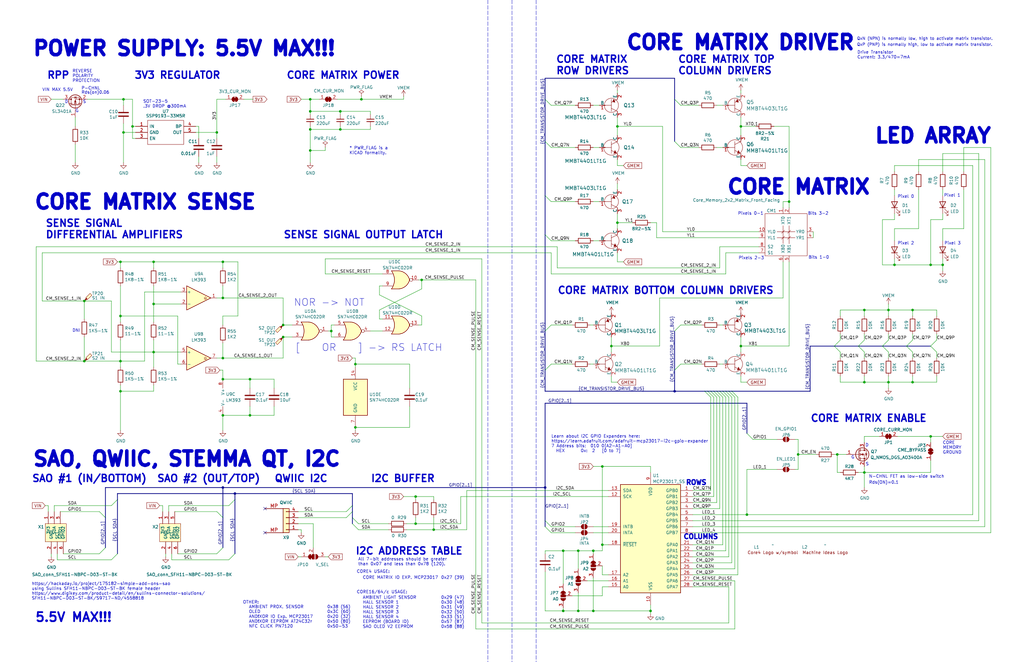
<source format=kicad_sch>
(kicad_sch (version 20231120) (generator "eeschema") (generator_version "8.0")
  (paper "B")
  (title_block (title "Core4 SAO") (date "2024-08-04") (rev "0.1") (company "Concept and design by Andy Geppert @ www.MachineIdeas.com") (comment 1 "Please read the Core64 User Guide for more details.") (comment 2 "Visit www.Core64.io for information on assembly and optional features.") (comment 4 "All non-polarized capacitors are X7R or X5R ceramic unless otherwise noted."))
  (bus_alias "CA_SHIFT_REGISTER_BUS" (members "CM_SR_CLK" "CM_SR_LAT" "CM_SR_~{OE}" "CM_SR_SER1"))
  (bus_alias "CM_TRANSISTOR_DRIVE_BUS" (members "CM_Q1N" "CM_Q1P" "CM_Q2N" "CM_Q2P" "CM_Q3N" "CM_Q3P" "CM_Q4N" "CM_Q4P" "CM_Q5N" "CM_Q5P" "CM_Q6N" "CM_Q6P" "CM_Q7N" "CM_Q7P" "CM_Q8N" "CM_Q8P" "CM_Q9N" "CM_Q9P" "CM_Q10N" "CM_Q10P" "CA_SR_GPO_A" "CA_SR_GPO_B" "CA_SR_GPO_C" "CA_SR_GPO_D"))
  (bus_alias "GPIO_CPS_BUS" (members "GPIO1_CP1_SAO1" "GPIO2_CP2_SAO2" "GPIO3_CP3_DC" "GPIO4_CP4_CS2" "GPIO5_CP5_HS1" "GPIO6_CP6_HS2" "GPIO7_CP7_HS3" "GPIO8_CP8_HS4"))
  (bus_alias "I2C_3V3_BUS" (members "I2C_3V3_SCL" "I2C_3V3_SDA"))
  (bus_alias "SPI_3V3_BUS" (members "SPI_CD" "SPI_RESET" "SPI_SDI" "SPI_CS1" "SPI_CLK" "SPI_SDO"))
  (junction (at 52.07 55.88))
  (junction (at 130.81 54.61))
  (junction (at 392.43 111.76))
  (junction (at 105.41 175.26))
  (junction (at 374.65 130.81))
  (junction (at 35.56 127))
  (junction (at 93.98 175.26))
  (junction (at 143.51 46.99))
  (junction (at 384.81 130.81))
  (junction (at 64.77 128.27))
  (junction (at 93.98 125.73))
  (junction (at 50.8 165.1))
  (junction (at 130.81 41.91))
  (junction (at 99.06 208.28))
  (junction (at 64.77 148.59))
  (junction (at 35.56 152.4))
  (junction (at 119.38 137.16))
  (junction (at 392.43 184.15))
  (junction (at 149.86 153.67))
  (junction (at 332.74 85.09))
  (junction (at 397.51 111.76))
  (junction (at 229.87 205.74))
  (junction (at 93.98 110.49))
  (junction (at 237.49 232.41))
  (junction (at 93.98 151.13))
  (junction (at 91.44 55.88))
  (junction (at 336.55 191.77))
  (junction (at 139.7 139.7))
  (junction (at 364.49 199.39))
  (junction (at 284.48 165.1))
  (junction (at 250.19 257.81))
  (junction (at 130.81 63.5))
  (junction (at 177.8 118.11))
  (junction (at 377.19 111.76))
  (junction (at 50.8 152.4))
  (junction (at 374.65 161.29))
  (junction (at 182.88 223.52))
  (junction (at 152.4 41.91))
  (junction (at 314.96 217.17))
  (junction (at 50.8 133.35))
  (junction (at 64.77 110.49))
  (junction (at 312.42 146.05))
  (junction (at 257.81 146.05))
  (junction (at 149.86 180.34))
  (junction (at 130.81 46.99))
  (junction (at 250.19 232.41))
  (junction (at 243.84 232.41))
  (junction (at 364.49 130.81))
  (junction (at 105.41 160.02))
  (junction (at 384.81 161.29))
  (junction (at 175.26 209.55))
  (junction (at 93.98 160.02))
  (junction (at 260.35 93.98))
  (junction (at 175.26 220.98))
  (junction (at 237.49 257.81))
  (junction (at 243.84 257.81))
  (junction (at 52.07 41.91))
  (junction (at 364.49 161.29))
  (junction (at 274.32 257.81))
  (junction (at 143.51 54.61))
  (junction (at 312.42 53.34))
  (junction (at 353.06 191.77))
  (junction (at 254 196.85))
  (junction (at 93.98 205.74))
  (junction (at 55.88 53.34))
  (junction (at 260.35 53.34))
  (junction (at 119.38 142.24))
  (junction (at 50.8 110.49))
  (junction (at 254 229.87))
  (no_connect (at 111.76 224.79))
  (no_connect (at 111.76 214.63))
  (bus_entry (at 148.59 218.44) (size 2.54 2.54))
  (bus_entry (at 148.59 220.98) (size 2.54 2.54))
  (bus_entry (at 384.81 148.59) (size -2.54 -2.54))
  (bus_entry (at 284.48 156.21) (size 2.54 -2.54))
  (bus_entry (at 284.48 139.7) (size 2.54 -2.54))
  (bus_entry (at 302.26 165.1) (size 2.54 2.54))
  (bus_entry (at 96.52 213.36) (size 2.54 -2.54))
  (bus_entry (at 46.99 213.36) (size 2.54 -2.54))
  (bus_entry (at 354.33 143.51) (size -2.54 2.54))
  (bus_entry (at 303.53 165.1) (size 2.54 2.54))
  (bus_entry (at 317.5 185.42) (size -2.54 -2.54))
  (bus_entry (at 364.49 143.51) (size -2.54 2.54))
  (bus_entry (at 354.33 148.59) (size -2.54 -2.54))
  (bus_entry (at 93.98 218.44) (size -2.54 -2.54))
  (bus_entry (at 146.05 215.9) (size 2.54 -2.54))
  (bus_entry (at 146.05 218.44) (size 2.54 -2.54))
  (bus_entry (at 229.87 41.91) (size 2.54 2.54))
  (bus_entry (at 229.87 219.71) (size 2.54 2.54))
  (bus_entry (at 229.87 59.69) (size 2.54 2.54))
  (bus_entry (at 229.87 222.25) (size 2.54 2.54))
  (bus_entry (at 232.41 137.16) (size -2.54 2.54))
  (bus_entry (at 232.41 153.67) (size -2.54 2.54))
  (bus_entry (at 306.07 165.1) (size 2.54 2.54))
  (bus_entry (at 304.8 165.1) (size 2.54 2.54))
  (bus_entry (at 307.34 165.1) (size 2.54 2.54))
  (bus_entry (at 308.61 165.1) (size 2.54 2.54))
  (bus_entry (at 394.97 143.51) (size -2.54 2.54))
  (bus_entry (at 394.97 148.59) (size -2.54 -2.54))
  (bus_entry (at 44.45 218.44) (size -2.54 -2.54))
  (bus_entry (at 364.49 148.59) (size -2.54 -2.54))
  (bus_entry (at 91.44 233.68) (size 2.54 -2.54))
  (bus_entry (at 298.45 165.1) (size 2.54 2.54))
  (bus_entry (at 229.87 99.06) (size 2.54 2.54))
  (bus_entry (at 229.87 82.55) (size 2.54 2.54))
  (bus_entry (at 41.91 233.68) (size 2.54 -2.54))
  (bus_entry (at 384.81 143.51) (size -2.54 2.54))
  (bus_entry (at 46.99 236.22) (size 2.54 -2.54))
  (bus_entry (at 374.65 148.59) (size -2.54 -2.54))
  (bus_entry (at 96.52 236.22) (size 2.54 -2.54))
  (bus_entry (at 300.99 165.1) (size 2.54 2.54))
  (bus_entry (at 374.65 143.51) (size -2.54 2.54))
  (bus_entry (at 299.72 165.1) (size 2.54 2.54))
  (bus_entry (at 284.48 59.69) (size 2.54 2.54))
  (bus_entry (at 297.18 165.1) (size 2.54 2.54))
  (bus_entry (at 284.48 41.91) (size 2.54 2.54))
  (wire (pts (xy 332.74 85.09) (xy 332.74 87.63)))
  (wire (pts (xy 312.42 49.53) (xy 312.42 53.34)))
  (wire (pts (xy 143.51 46.99) (xy 156.21 46.99)))
  (wire (pts (xy 93.98 113.03) (xy 93.98 110.49)))
  (wire (pts (xy 93.98 133.35) (xy 100.33 133.35)))
  (wire (pts (xy 250.19 101.6) (xy 252.73 101.6)))
  (wire (pts (xy 250.19 232.41) (xy 254 232.41)))
  (wire (pts (xy 171.45 223.52) (xy 182.88 223.52)))
  (wire (pts (xy 151.13 223.52) (xy 163.83 223.52)))
  (wire (pts (xy 397.51 64.77) (xy 397.51 72.39)))
  (wire (pts (xy 364.49 199.39) (xy 364.49 205.74)))
  (wire (pts (xy 137.16 109.22) (xy 137.16 115.57)))
  (wire (pts (xy 26.67 233.68) (xy 41.91 233.68)))
  (wire (pts (xy 24.13 236.22) (xy 24.13 233.68)))
  (wire (pts (xy 342.9 97.79) (xy 342.9 100.33)))
  (wire (pts (xy 260.35 67.31) (xy 260.35 69.85)))
  (wire (pts (xy 64.77 143.51) (xy 64.77 148.59)))
  (wire (pts (xy 177.8 137.16) (xy 177.8 133.35)))
  (wire (pts (xy 170.18 40.64) (xy 170.18 41.91)))
  (wire (pts (xy 276.86 100.33) (xy 320.04 100.33)))
  (wire (pts (xy 248.92 137.16) (xy 250.19 137.16)))
  (wire (pts (xy 374.65 161.29) (xy 374.65 163.83)))
  (wire (pts (xy 377.19 111.76) (xy 392.43 111.76)))
  (wire (pts (xy 50.8 133.35) (xy 50.8 135.89)))
  (wire (pts (xy 303.53 104.14) (xy 320.04 104.14)))
  (wire (pts (xy 292.1 247.65) (xy 307.34 247.65)))
  (wire (pts (xy 364.49 161.29) (xy 364.49 158.75)))
  (wire (pts (xy 172.72 153.67) (xy 172.72 163.83)))
  (wire (pts (xy 149.86 181.61) (xy 149.86 180.34)))
  (wire (pts (xy 130.81 46.99) (xy 143.51 46.99)))
  (wire (pts (xy 60.96 123.19) (xy 60.96 152.4)))
  (wire (pts (xy 250.19 233.68) (xy 250.19 232.41)))
  (bus (pts (xy 361.95 146.05) (xy 372.11 146.05)))
  (wire (pts (xy 152.4 40.64) (xy 152.4 41.91)))
  (wire (pts (xy 392.43 184.15) (xy 397.51 184.15)))
  (wire (pts (xy 125.73 215.9) (xy 146.05 215.9)))
  (wire (pts (xy 278.13 125.73) (xy 330.2 125.73)))
  (wire (pts (xy 384.81 130.81) (xy 384.81 133.35)))
  (wire (pts (xy 292.1 207.01) (xy 299.72 207.01)))
  (bus (pts (xy 148.59 213.36) (xy 148.59 215.9)))
  (bus (pts (xy 229.87 41.91) (xy 229.87 59.69)))
  (wire (pts (xy 330.2 87.63) (xy 330.2 85.09)))
  (wire (pts (xy 229.87 257.81) (xy 229.87 241.3)))
  (wire (pts (xy 397.51 96.52) (xy 397.51 101.6)))
  (wire (pts (xy 19.05 213.36) (xy 20.32 213.36)))
  (wire (pts (xy 232.41 115.57) (xy 306.07 115.57)))
  (wire (pts (xy 384.81 140.97) (xy 384.81 143.51)))
  (wire (pts (xy 175.26 218.44) (xy 175.26 220.98)))
  (bus (pts (xy 93.98 205.74) (xy 93.98 218.44)))
  (wire (pts (xy 196.85 207.01) (xy 256.54 207.01)))
  (wire (pts (xy 303.53 153.67) (xy 304.8 153.67)))
  (wire (pts (xy 406.4 96.52) (xy 406.4 80.01)))
  (wire (pts (xy 91.44 55.88) (xy 91.44 58.42)))
  (bus (pts (xy 229.87 139.7) (xy 229.87 156.21)))
  (wire (pts (xy 306.07 106.68) (xy 320.04 106.68)))
  (wire (pts (xy 335.28 185.42) (xy 336.55 185.42)))
  (wire (pts (xy 149.86 153.67) (xy 172.72 153.67)))
  (wire (pts (xy 307.34 234.95) (xy 307.34 167.64)))
  (wire (pts (xy 137.16 62.23) (xy 137.16 63.5)))
  (wire (pts (xy 394.97 151.13) (xy 394.97 148.59)))
  (wire (pts (xy 143.51 46.99) (xy 143.51 48.26)))
  (wire (pts (xy 292.1 217.17) (xy 314.96 217.17)))
  (wire (pts (xy 93.98 175.26) (xy 105.41 175.26)))
  (wire (pts (xy 72.39 236.22) (xy 96.52 236.22)))
  (wire (pts (xy 364.49 196.85) (xy 364.49 199.39)))
  (wire (pts (xy 361.95 199.39) (xy 364.49 199.39)))
  (wire (pts (xy 377.19 96.52) (xy 387.35 96.52)))
  (wire (pts (xy 250.19 257.81) (xy 274.32 257.81)))
  (wire (pts (xy 35.56 127) (xy 35.56 134.62)))
  (wire (pts (xy 254 196.85) (xy 274.32 196.85)))
  (wire (pts (xy 71.12 213.36) (xy 96.52 213.36)))
  (wire (pts (xy 353.06 191.77) (xy 356.87 191.77)))
  (wire (pts (xy 175.26 220.98) (xy 194.31 220.98)))
  (wire (pts (xy 232.41 85.09) (xy 242.57 85.09)))
  (wire (pts (xy 50.8 152.4) (xy 50.8 154.94)))
  (bus (pts (xy 306.07 165.1) (xy 307.34 165.1)))
  (wire (pts (xy 260.35 53.34) (xy 260.35 57.15)))
  (wire (pts (xy 354.33 130.81) (xy 364.49 130.81)))
  (wire (pts (xy 234.95 113.03) (xy 234.95 104.14)))
  (wire (pts (xy 130.81 63.5) (xy 137.16 63.5)))
  (bus (pts (xy 314.96 170.18) (xy 314.96 182.88)))
  (wire (pts (xy 156.21 139.7) (xy 161.29 139.7)))
  (wire (pts (xy 55.88 41.91) (xy 55.88 53.34)))
  (wire (pts (xy 176.53 118.11) (xy 177.8 118.11)))
  (wire (pts (xy 417.83 62.23) (xy 417.83 224.79)))
  (wire (pts (xy 139.7 139.7) (xy 139.7 137.16)))
  (wire (pts (xy 303.53 113.03) (xy 303.53 104.14)))
  (bus (pts (xy 99.06 210.82) (xy 99.06 233.68)))
  (wire (pts (xy 257.81 161.29) (xy 260.35 161.29)))
  (bus (pts (xy 148.59 208.28) (xy 148.59 213.36)))
  (wire (pts (xy 312.42 53.34) (xy 312.42 57.15)))
  (wire (pts (xy 276.86 93.98) (xy 274.32 93.98)))
  (wire (pts (xy 55.88 58.42) (xy 57.15 58.42)))
  (bus (pts (xy 284.48 41.91) (xy 284.48 59.69)))
  (wire (pts (xy 374.65 140.97) (xy 374.65 143.51)))
  (wire (pts (xy 374.65 130.81) (xy 384.81 130.81)))
  (wire (pts (xy 394.97 130.81) (xy 394.97 133.35)))
  (wire (pts (xy 374.65 128.27) (xy 374.65 130.81)))
  (wire (pts (xy 312.42 146.05) (xy 332.74 146.05)))
  (wire (pts (xy 64.77 120.65) (xy 64.77 128.27)))
  (wire (pts (xy 232.41 101.6) (xy 242.57 101.6)))
  (wire (pts (xy 119.38 142.24) (xy 123.19 142.24)))
  (wire (pts (xy 177.8 118.11) (xy 200.66 118.11)))
  (wire (pts (xy 312.42 38.1) (xy 312.42 39.37)))
  (wire (pts (xy 377.19 80.01) (xy 377.19 82.55)))
  (wire (pts (xy 50.8 110.49) (xy 64.77 110.49)))
  (wire (pts (xy 247.65 245.11) (xy 256.54 245.11)))
  (bus (pts (xy 307.34 165.1) (xy 308.61 165.1)))
  (wire (pts (xy 15.24 104.14) (xy 234.95 104.14)))
  (wire (pts (xy 93.98 160.02) (xy 93.98 156.21)))
  (wire (pts (xy 412.75 219.71) (xy 412.75 64.77)))
  (wire (pts (xy 152.4 41.91) (xy 170.18 41.91)))
  (wire (pts (xy 394.97 140.97) (xy 394.97 143.51)))
  (wire (pts (xy 182.88 218.44) (xy 182.88 223.52)))
  (wire (pts (xy 194.31 209.55) (xy 194.31 220.98)))
  (wire (pts (xy 64.77 113.03) (xy 64.77 110.49)))
  (wire (pts (xy 35.56 152.4) (xy 50.8 152.4)))
  (wire (pts (xy 105.41 160.02) (xy 115.57 160.02)))
  (wire (pts (xy 105.41 160.02) (xy 105.41 163.83)))
  (wire (pts (xy 374.65 161.29) (xy 384.81 161.29)))
  (wire (pts (xy 287.02 137.16) (xy 295.91 137.16)))
  (wire (pts (xy 22.86 213.36) (xy 22.86 215.9)))
  (wire (pts (xy 237.49 232.41) (xy 237.49 246.38)))
  (wire (pts (xy 93.98 175.26) (xy 93.98 181.61)))
  (wire (pts (xy 156.21 54.61) (xy 156.21 53.34)))
  (wire (pts (xy 377.19 96.52) (xy 377.19 101.6)))
  (wire (pts (xy 276.86 93.98) (xy 276.86 100.33)))
  (wire (pts (xy 312.42 142.24) (xy 312.42 146.05)))
  (wire (pts (xy 83.82 66.04) (xy 83.82 68.58)))
  (wire (pts (xy 74.93 153.67) (xy 76.2 153.67)))
  (wire (pts (xy 119.38 125.73) (xy 119.38 137.16)))
  (wire (pts (xy 200.66 118.11) (xy 200.66 265.43)))
  (wire (pts (xy 243.84 250.19) (xy 243.84 257.81)))
  (wire (pts (xy 292.1 237.49) (xy 308.61 237.49)))
  (wire (pts (xy 91.44 125.73) (xy 93.98 125.73)))
  (wire (pts (xy 232.41 153.67) (xy 241.3 153.67)))
  (wire (pts (xy 127 41.91) (xy 130.81 41.91)))
  (wire (pts (xy 312.42 67.31) (xy 312.42 69.85)))
  (wire (pts (xy 102.87 41.91) (xy 106.68 41.91)))
  (wire (pts (xy 250.19 224.79) (xy 256.54 224.79)))
  (bus (pts (xy 229.87 165.1) (xy 284.48 165.1)))
  (bus (pts (xy 229.87 205.74) (xy 229.87 219.71)))
  (wire (pts (xy 243.84 257.81) (xy 250.19 257.81)))
  (wire (pts (xy 46.99 127) (xy 46.99 148.59)))
  (wire (pts (xy 292.1 242.57) (xy 311.15 242.57)))
  (wire (pts (xy 83.82 53.34) (xy 83.82 58.42)))
  (wire (pts (xy 250.19 196.85) (xy 254 196.85)))
  (wire (pts (xy 377.19 109.22) (xy 377.19 111.76)))
  (wire (pts (xy 364.49 184.15) (xy 370.84 184.15)))
  (wire (pts (xy 232.41 44.45) (xy 242.57 44.45)))
  (wire (pts (xy 76.2 123.19) (xy 60.96 123.19)))
  (wire (pts (xy 64.77 128.27) (xy 76.2 128.27)))
  (wire (pts (xy 139.7 139.7) (xy 139.7 142.24)))
  (wire (pts (xy 397.51 92.71) (xy 392.43 92.71)))
  (wire (pts (xy 260.35 90.17) (xy 260.35 93.98)))
  (wire (pts (xy 287.02 62.23) (xy 294.64 62.23)))
  (wire (pts (xy 304.8 167.64) (xy 304.8 229.87)))
  (wire (pts (xy 336.55 185.42) (xy 336.55 191.77)))
  (wire (pts (xy 60.96 152.4) (xy 50.8 152.4)))
  (wire (pts (xy 229.87 257.81) (xy 237.49 257.81)))
  (wire (pts (xy 394.97 161.29) (xy 394.97 158.75)))
  (wire (pts (xy 377.19 72.39) (xy 377.19 69.85)))
  (wire (pts (xy 257.81 158.75) (xy 257.81 161.29)))
  (wire (pts (xy 237.49 257.81) (xy 243.84 257.81)))
  (bus (pts (xy 351.79 146.05) (xy 361.95 146.05)))
  (wire (pts (xy 203.2 109.22) (xy 137.16 109.22)))
  (polyline (pts (xy 215.9 0) (xy 215.9 279.4)) (stroke (width 0) (type dash)))
  (wire (pts (xy 15.24 152.4) (xy 35.56 152.4)))
  (bus (pts (xy 299.72 165.1) (xy 298.45 165.1)))
  (wire (pts (xy 377.19 92.71) (xy 372.11 92.71)))
  (wire (pts (xy 417.83 62.23) (xy 406.4 62.23)))
  (wire (pts (xy 52.07 55.88) (xy 57.15 55.88)))
  (wire (pts (xy 50.8 143.51) (xy 50.8 152.4)))
  (wire (pts (xy 392.43 194.31) (xy 392.43 199.39)))
  (wire (pts (xy 196.85 207.01) (xy 196.85 223.52)))
  (wire (pts (xy 306.07 232.41) (xy 306.07 167.64)))
  (wire (pts (xy 64.77 110.49) (xy 93.98 110.49)))
  (wire (pts (xy 254 242.57) (xy 256.54 242.57)))
  (wire (pts (xy 31.75 49.53) (xy 31.75 53.34)))
  (wire (pts (xy 309.88 245.11) (xy 309.88 265.43)))
  (wire (pts (xy 384.81 151.13) (xy 384.81 148.59)))
  (wire (pts (xy 248.92 153.67) (xy 250.19 153.67)))
  (wire (pts (xy 260.35 53.34) (xy 279.4 53.34)))
  (wire (pts (xy 132.08 220.98) (xy 132.08 231.14)))
  (wire (pts (xy 336.55 191.77) (xy 336.55 198.12)))
  (wire (pts (xy 292.1 234.95) (xy 307.34 234.95)))
  (wire (pts (xy 200.66 265.43) (xy 309.88 265.43)))
  (wire (pts (xy 194.31 209.55) (xy 256.54 209.55)))
  (wire (pts (xy 105.41 171.45) (xy 105.41 175.26)))
  (wire (pts (xy 260.35 110.49) (xy 262.89 110.49)))
  (wire (pts (xy 237.49 232.41) (xy 243.84 232.41)))
  (wire (pts (xy 279.4 53.34) (xy 279.4 97.79)))
  (wire (pts (xy 17.78 127) (xy 35.56 127)))
  (wire (pts (xy 311.15 242.57) (xy 311.15 167.64)))
  (wire (pts (xy 203.2 262.89) (xy 307.34 262.89)))
  (bus (pts (xy 229.87 33.02) (xy 284.48 33.02)))
  (wire (pts (xy 374.65 161.29) (xy 374.65 158.75)))
  (wire (pts (xy 125.73 220.98) (xy 132.08 220.98)))
  (wire (pts (xy 82.55 55.88) (xy 91.44 55.88)))
  (wire (pts (xy 119.38 137.16) (xy 123.19 137.16)))
  (wire (pts (xy 22.86 213.36) (xy 46.99 213.36)))
  (wire (pts (xy 387.35 67.31) (xy 387.35 72.39)))
  (wire (pts (xy 292.1 224.79) (xy 417.83 224.79)))
  (wire (pts (xy 254 251.46) (xy 254 247.65)))
  (wire (pts (xy 175.26 209.55) (xy 175.26 210.82)))
  (bus (pts (xy 99.06 208.28) (xy 99.06 210.82)))
  (wire (pts (xy 172.72 180.34) (xy 149.86 180.34)))
  (wire (pts (xy 302.26 62.23) (xy 304.8 62.23)))
  (wire (pts (xy 91.44 66.04) (xy 91.44 68.58)))
  (wire (pts (xy 387.35 96.52) (xy 387.35 80.01)))
  (wire (pts (xy 392.43 111.76) (xy 397.51 111.76)))
  (wire (pts (xy 336.55 191.77) (xy 344.17 191.77)))
  (bus (pts (xy 49.53 208.28) (xy 99.06 208.28)))
  (wire (pts (xy 160.02 120.65) (xy 161.29 120.65)))
  (wire (pts (xy 312.42 53.34) (xy 318.77 53.34)))
  (wire (pts (xy 237.49 256.54) (xy 237.49 257.81)))
  (bus (pts (xy 341.63 165.1) (xy 308.61 165.1)))
  (wire (pts (xy 303.53 214.63) (xy 303.53 167.64)))
  (wire (pts (xy 257.81 146.05) (xy 257.81 148.59)))
  (bus (pts (xy 284.48 165.1) (xy 297.18 165.1)))
  (wire (pts (xy 143.51 54.61) (xy 156.21 54.61)))
  (wire (pts (xy 149.86 151.13) (xy 148.59 151.13)))
  (wire (pts (xy 308.61 237.49) (xy 308.61 167.64)))
  (bus (pts (xy 93.98 205.74) (xy 229.87 205.74)))
  (bus (pts (xy 229.87 99.06) (xy 229.87 139.7)))
  (wire (pts (xy 397.51 96.52) (xy 406.4 96.52)))
  (wire (pts (xy 415.29 67.31) (xy 415.29 222.25)))
  (bus (pts (xy 304.8 165.1) (xy 306.07 165.1)))
  (wire (pts (xy 397.51 90.17) (xy 397.51 92.71)))
  (wire (pts (xy 312.42 158.75) (xy 312.42 161.29)))
  (wire (pts (xy 292.1 214.63) (xy 303.53 214.63)))
  (wire (pts (xy 83.82 53.34) (xy 82.55 53.34)))
  (wire (pts (xy 232.41 224.79) (xy 242.57 224.79)))
  (wire (pts (xy 17.78 106.68) (xy 232.41 106.68)))
  (bus (pts (xy 284.48 156.21) (xy 284.48 165.1)))
  (wire (pts (xy 143.51 54.61) (xy 143.51 53.34)))
  (wire (pts (xy 160.02 134.62) (xy 161.29 134.62)))
  (wire (pts (xy 415.29 67.31) (xy 387.35 67.31)))
  (bus (pts (xy 229.87 59.69) (xy 229.87 82.55)))
  (wire (pts (xy 307.34 247.65) (xy 307.34 262.89)))
  (wire (pts (xy 374.65 151.13) (xy 374.65 148.59)))
  (wire (pts (xy 377.19 92.71) (xy 377.19 90.17)))
  (wire (pts (xy 175.26 209.55) (xy 182.88 209.55)))
  (wire (pts (xy 64.77 128.27) (xy 64.77 135.89)))
  (wire (pts (xy 384.81 161.29) (xy 394.97 161.29)))
  (wire (pts (xy 243.84 232.41) (xy 243.84 240.03)))
  (wire (pts (xy 125.73 218.44) (xy 146.05 218.44)))
  (wire (pts (xy 292.1 240.03) (xy 309.88 240.03)))
  (wire (pts (xy 364.49 161.29) (xy 374.65 161.29)))
  (wire (pts (xy 52.07 44.45) (xy 52.07 41.91)))
  (wire (pts (xy 31.75 60.96) (xy 31.75 68.58)))
  (wire (pts (xy 332.74 110.49) (xy 332.74 146.05)))
  (wire (pts (xy 234.95 113.03) (xy 303.53 113.03)))
  (wire (pts (xy 93.98 156.21) (xy 92.71 156.21)))
  (wire (pts (xy 274.32 257.81) (xy 274.32 259.08)))
  (wire (pts (xy 250.19 243.84) (xy 250.19 257.81)))
  (wire (pts (xy 406.4 72.39) (xy 406.4 62.23)))
  (wire (pts (xy 257.81 146.05) (xy 278.13 146.05)))
  (wire (pts (xy 287.02 153.67) (xy 295.91 153.67)))
  (wire (pts (xy 300.99 209.55) (xy 300.99 167.64)))
  (wire (pts (xy 229.87 232.41) (xy 237.49 232.41)))
  (wire (pts (xy 314.96 198.12) (xy 327.66 198.12)))
  (wire (pts (xy 130.81 54.61) (xy 130.81 53.34)))
  (bus (pts (xy 44.45 231.14) (xy 44.45 218.44)))
  (wire (pts (xy 160.02 124.46) (xy 160.02 120.65)))
  (wire (pts (xy 354.33 158.75) (xy 354.33 161.29)))
  (wire (pts (xy 93.98 133.35) (xy 93.98 137.16)))
  (wire (pts (xy 52.07 52.07) (xy 52.07 55.88)))
  (wire (pts (xy 52.07 41.91) (xy 55.88 41.91)))
  (wire (pts (xy 266.7 93.98) (xy 260.35 93.98)))
  (wire (pts (xy 260.35 93.98) (xy 260.35 96.52)))
  (wire (pts (xy 71.12 213.36) (xy 71.12 215.9)))
  (wire (pts (xy 354.33 161.29) (xy 364.49 161.29)))
  (bus (pts (xy 229.87 205.74) (xy 229.87 170.18)))
  (wire (pts (xy 302.26 44.45) (xy 304.8 44.45)))
  (wire (pts (xy 410.21 217.17) (xy 410.21 69.85)))
  (wire (pts (xy 330.2 85.09) (xy 332.74 85.09)))
  (wire (pts (xy 73.66 215.9) (xy 91.44 215.9)))
  (wire (pts (xy 127 223.52) (xy 125.73 223.52)))
  (wire (pts (xy 177.8 121.92) (xy 160.02 130.81)))
  (wire (pts (xy 287.02 44.45) (xy 294.64 44.45)))
  (wire (pts (xy 332.74 53.34) (xy 332.74 85.09)))
  (bus (pts (xy 341.63 146.05) (xy 341.63 165.1)))
  (wire (pts (xy 353.06 191.77) (xy 353.06 199.39)))
  (wire (pts (xy 260.35 77.47) (xy 260.35 80.01)))
  (wire (pts (xy 105.41 175.26) (xy 115.57 175.26)))
  (wire (pts (xy 384.81 161.29) (xy 384.81 158.75)))
  (wire (pts (xy 392.43 92.71) (xy 392.43 111.76)))
  (wire (pts (xy 306.07 106.68) (xy 306.07 115.57)))
  (wire (pts (xy 317.5 185.42) (xy 327.66 185.42)))
  (wire (pts (xy 171.45 220.98) (xy 175.26 220.98)))
  (wire (pts (xy 130.81 46.99) (xy 130.81 48.26)))
  (bus (pts (xy 284.48 33.02) (xy 284.48 41.91)))
  (wire (pts (xy 91.44 41.91) (xy 95.25 41.91)))
  (wire (pts (xy 364.49 184.15) (xy 364.49 186.69)))
  (wire (pts (xy 335.28 198.12) (xy 336.55 198.12)))
  (wire (pts (xy 74.93 133.35) (xy 74.93 153.67)))
  (wire (pts (xy 254 229.87) (xy 256.54 229.87)))
  (wire (pts (xy 314.96 217.17) (xy 410.21 217.17)))
  (wire (pts (xy 274.32 255.27) (xy 274.32 257.81)))
  (wire (pts (xy 274.32 196.85) (xy 274.32 199.39)))
  (wire (pts (xy 177.8 133.35) (xy 160.02 124.46)))
  (wire (pts (xy 392.43 199.39) (xy 364.49 199.39)))
  (polyline (pts (xy 205.74 0) (xy 205.74 279.4)) (stroke (width 0) (type dash)))
  (bus (pts (xy 300.99 165.1) (xy 299.72 165.1)))
  (wire (pts (xy 50.8 120.65) (xy 50.8 133.35)))
  (wire (pts (xy 232.41 222.25) (xy 242.57 222.25)))
  (wire (pts (xy 372.11 111.76) (xy 377.19 111.76)))
  (wire (pts (xy 364.49 130.81) (xy 364.49 133.35)))
  (wire (pts (xy 260.35 106.68) (xy 260.35 110.49)))
  (wire (pts (xy 55.88 53.34) (xy 57.15 53.34)))
  (wire (pts (xy 177.8 118.11) (xy 177.8 121.92)))
  (wire (pts (xy 125.73 234.95) (xy 127 234.95)))
  (bus (pts (xy 298.45 165.1) (xy 297.18 165.1)))
  (wire (pts (xy 17.78 127) (xy 17.78 106.68)))
  (polyline (pts (xy 215.9 -152.4) (xy 215.9 0)) (stroke (width 0) (type dash)))
  (wire (pts (xy 50.8 162.56) (xy 50.8 165.1)))
  (wire (pts (xy 292.1 245.11) (xy 309.88 245.11)))
  (wire (pts (xy 35.56 127) (xy 46.99 127)))
  (wire (pts (xy 250.19 85.09) (xy 252.73 85.09)))
  (wire (pts (xy 21.59 234.95) (xy 21.59 233.68)))
  (bus (pts (xy 49.53 208.28) (xy 49.53 210.82)))
  (wire (pts (xy 257.81 142.24) (xy 257.81 146.05)))
  (wire (pts (xy 130.81 63.5) (xy 130.81 68.58)))
  (bus (pts (xy 44.45 205.74) (xy 93.98 205.74)))
  (wire (pts (xy 279.4 97.79) (xy 320.04 97.79)))
  (bus (pts (xy 304.8 165.1) (xy 303.53 165.1)))
  (wire (pts (xy 364.49 140.97) (xy 364.49 143.51)))
  (wire (pts (xy 137.16 115.57) (xy 161.29 115.57)))
  (bus (pts (xy 341.63 146.05) (xy 351.79 146.05)))
  (wire (pts (xy 232.41 106.68) (xy 232.41 115.57)))
  (wire (pts (xy 326.39 53.34) (xy 332.74 53.34)))
  (wire (pts (xy 138.43 139.7) (xy 139.7 139.7)))
  (wire (pts (xy 46.99 148.59) (xy 64.77 148.59)))
  (bus (pts (xy 148.59 218.44) (xy 148.59 220.98)))
  (bus (pts (xy 99.06 208.28) (xy 148.59 208.28)))
  (wire (pts (xy 250.19 44.45) (xy 252.73 44.45)))
  (wire (pts (xy 67.31 213.36) (xy 68.58 213.36)))
  (wire (pts (xy 149.86 153.67) (xy 149.86 154.94)))
  (wire (pts (xy 232.41 62.23) (xy 242.57 62.23)))
  (wire (pts (xy 127 224.79) (xy 127 223.52)))
  (wire (pts (xy 397.51 109.22) (xy 397.51 111.76)))
  (wire (pts (xy 312.42 69.85) (xy 314.96 69.85)))
  (wire (pts (xy 182.88 223.52) (xy 196.85 223.52)))
  (wire (pts (xy 378.46 184.15) (xy 392.43 184.15)))
  (bus (pts (xy 372.11 146.05) (xy 382.27 146.05)))
  (wire (pts (xy 292.1 212.09) (xy 302.26 212.09)))
  (wire (pts (xy 254 229.87) (xy 254 196.85)))
  (wire (pts (xy 72.39 236.22) (xy 72.39 233.68)))
  (wire (pts (xy 241.3 251.46) (xy 254 251.46)))
  (wire (pts (xy 130.81 41.91) (xy 134.62 41.91)))
  (wire (pts (xy 50.8 165.1) (xy 64.77 165.1)))
  (wire (pts (xy 21.59 41.91) (xy 26.67 41.91)))
  (wire (pts (xy 254 232.41) (xy 254 229.87)))
  (wire (pts (xy 278.13 146.05) (xy 278.13 125.73)))
  (wire (pts (xy 292.1 222.25) (xy 415.29 222.25)))
  (wire (pts (xy 50.8 133.35) (xy 74.93 133.35)))
  (wire (pts (xy 93.98 120.65) (xy 93.98 125.73)))
  (wire (pts (xy 149.86 151.13) (xy 149.86 153.67)))
  (wire (pts (xy 91.44 151.13) (xy 93.98 151.13)))
  (wire (pts (xy 130.81 41.91) (xy 130.81 46.99)))
  (wire (pts (xy 330.2 125.73) (xy 330.2 110.49)))
  (wire (pts (xy 203.2 109.22) (xy 203.2 262.89)))
  (wire (pts (xy 410.21 69.85) (xy 377.19 69.85)))
  (wire (pts (xy 137.16 234.95) (xy 138.43 234.95)))
  (wire (pts (xy 170.18 209.55) (xy 175.26 209.55)))
  (wire (pts (xy 384.81 130.81) (xy 394.97 130.81)))
  (wire (pts (xy 397.51 111.76) (xy 397.51 114.3)))
  (bus (pts (xy 284.48 139.7) (xy 284.48 156.21)))
  (wire (pts (xy 93.98 125.73) (xy 119.38 125.73)))
  (wire (pts (xy 36.83 41.91) (xy 52.07 41.91)))
  (bus (pts (xy 49.53 210.82) (xy 49.53 233.68)))
  (wire (pts (xy 115.57 160.02) (xy 115.57 163.83)))
  (wire (pts (xy 392.43 184.15) (xy 392.43 186.69)))
  (wire (pts (xy 364.49 130.81) (xy 374.65 130.81)))
  (wire (pts (xy 314.96 198.12) (xy 314.96 217.17)))
  (wire (pts (xy 243.84 232.41) (xy 250.19 232.41)))
  (wire (pts (xy 354.33 151.13) (xy 354.33 148.59)))
  (wire (pts (xy 374.65 130.81) (xy 374.65 133.35)))
  (wire (pts (xy 292.1 232.41) (xy 306.07 232.41)))
  (wire (pts (xy 292.1 219.71) (xy 412.75 219.71)))
  (bus (pts (xy 229.87 82.55) (xy 229.87 99.06)))
  (wire (pts (xy 130.81 54.61) (xy 130.81 63.5)))
  (bus (pts (xy 93.98 231.14) (xy 93.98 218.44)))
  (wire (pts (xy 15.24 152.4) (xy 15.24 104.14)))
  (wire (pts (xy 52.07 55.88) (xy 52.07 68.58)))
  (wire (pts (xy 115.57 175.26) (xy 115.57 171.45)))
  (wire (pts (xy 151.13 220.98) (xy 163.83 220.98)))
  (wire (pts (xy 93.98 110.49) (xy 100.33 110.49)))
  (wire (pts (xy 260.35 49.53) (xy 260.35 53.34)))
  (wire (pts (xy 93.98 160.02) (xy 105.41 160.02)))
  (wire (pts (xy 50.8 165.1) (xy 50.8 181.61)))
  (wire (pts (xy 351.79 191.77) (xy 353.06 191.77)))
  (polyline (pts (xy 261.62 -8.89) (xy 437.515 -8.89)))
  (wire (pts (xy 372.11 92.71) (xy 372.11 111.76)))
  (wire (pts (xy 93.98 151.13) (xy 119.38 151.13)))
  (wire (pts (xy 172.72 171.45) (xy 172.72 180.34)))
  (wire (pts (xy 69.85 234.95) (xy 69.85 233.68)))
  (bus (pts (xy 382.27 146.05) (xy 392.43 146.05)))
  (wire (pts (xy 74.93 233.68) (xy 91.44 233.68)))
  (wire (pts (xy 50.8 110.49) (xy 50.8 113.03)))
  (wire (pts (xy 364.49 151.13) (xy 364.49 148.59)))
  (wire (pts (xy 354.33 199.39) (xy 353.06 199.39)))
  (wire (pts (xy 139.7 137.16) (xy 140.97 137.16)))
  (wire (pts (xy 68.58 213.36) (xy 68.58 215.9)))
  (polyline (pts (xy 226.06 0) (xy 226.06 279.4)) (stroke (width 0) (type dash)))
  (wire (pts (xy 312.42 161.29) (xy 314.96 161.29)))
  (wire (pts (xy 256.54 247.65) (xy 254 247.65)))
  (wire (pts (xy 397.51 80.01) (xy 397.51 82.55)))
  (wire (pts (xy 260.35 69.85) (xy 262.89 69.85)))
  (wire (pts (xy 64.77 148.59) (xy 64.77 154.94)))
  (wire (pts (xy 232.41 137.16) (xy 241.3 137.16)))
  (wire (pts (xy 100.33 133.35) (xy 100.33 110.49)))
  (wire (pts (xy 309.88 167.64) (xy 309.88 240.03)))
  (wire (pts (xy 292.1 229.87) (xy 304.8 229.87)))
  (wire (pts (xy 139.7 142.24) (xy 140.97 142.24)))
  (wire (pts (xy 312.42 146.05) (xy 312.42 148.59)))
  (wire (pts (xy 119.38 142.24) (xy 119.38 151.13)))
  (wire (pts (xy 354.33 140.97) (xy 354.33 143.51)))
  (wire (pts (xy 250.19 222.25) (xy 256.54 222.25)))
  (wire (pts (xy 130.81 54.61) (xy 143.51 54.61)))
  (wire (pts (xy 260.35 39.37) (xy 260.35 38.1)))
  (wire (pts (xy 254 242.57) (xy 254 238.76)))
  (wire (pts (xy 55.88 53.34) (xy 55.88 58.42)))
  (bus (pts (xy 303.53 165.1) (xy 302.26 165.1)))
  (wire (pts (xy 156.21 46.99) (xy 156.21 48.26)))
  (wire (pts (xy 91.44 41.91) (xy 91.44 55.88)))
  (wire (pts (xy 160.02 130.81) (xy 160.02 134.62)))
  (bus (pts (xy 229.87 219.71) (xy 229.87 222.25)))
  (bus (pts (xy 148.59 215.9) (xy 148.59 218.44)))
  (wire (pts (xy 354.33 133.35) (xy 354.33 130.81)))
  (bus (pts (xy 302.26 165.1) (xy 300.99 165.1)))
  (wire (pts (xy 229.87 232.41) (xy 229.87 233.68)))
  (wire (pts (xy 182.88 209.55) (xy 182.88 210.82)))
  (wire (pts (xy 299.72 207.01) (xy 299.72 167.64)))
  (bus (pts (xy 229.87 170.18) (xy 314.96 170.18)))
  (wire (pts (xy 64.77 162.56) (xy 64.77 165.1)))
  (bus (pts (xy 44.45 205.74) (xy 44.45 218.44)))
  (wire (pts (xy 24.13 236.22) (xy 46.99 236.22)))
  (bus (pts (xy 229.87 156.21) (xy 229.87 165.1)))
  (wire (pts (xy 142.24 41.91) (xy 152.4 41.91)))
  (wire (pts (xy 302.26 167.64) (xy 302.26 212.09)))
  (wire (pts (xy 35.56 142.24) (xy 35.56 152.4)))
  (wire (pts (xy 303.53 137.16) (xy 304.8 137.16)))
  (wire (pts (xy 250.19 62.23) (xy 252.73 62.23)))
  (wire (pts (xy 412.75 64.77) (xy 397.51 64.77)))
  (wire (pts (xy 292.1 209.55) (xy 300.99 209.55)))
  (bus (pts (xy 229.87 33.02) (xy 229.87 41.91)))
  (wire (pts (xy 49.53 110.49) (xy 50.8 110.49)))
  (wire (pts (xy 20.32 213.36) (xy 20.32 215.9)))
  (wire (pts (xy 176.53 137.16) (xy 177.8 137.16)))
  (wire (pts (xy 64.77 148.59) (xy 76.2 148.59)))
  (wire (pts (xy 25.4 215.9) (xy 41.91 215.9)))
  (wire (pts (xy 93.98 144.78) (xy 93.98 151.13)))
  (text "Bits 1-0" (at 340.868 109.474 0) (effects (font (size 1.27 1.27)) (justify left bottom)))
  (text "Pixel 0" (at 378.46 83.82 0) (effects (font (size 1.27 1.27)) (justify left bottom)))
  (text "QxP (PNP) is normally high, low to activate matrix transistor." (at 361.315 19.685 0) (effects (font (size 1.1938 1.1938)) (justify left bottom)))
  (text "NOR -> NOT" (at 123.825 129.54 0) (effects (font (size 2.9972 2.9972)) (justify left bottom)))
  (text "AMBIENT PROX. SENSOR\nOLED\nAND!XOR IO Exp. MCP23017\nAND!XOR EEPROM AT24C32r\nNFC CLICK PN7120\n" (at 104.902 265.176 0) (effects (font (size 1.27 1.27)) (justify left bottom)))
  (text "https://hackaday.io/project/175182-simple-add-ons-sao\nusing Sullins SFH11-NBPC-D03-ST-BK female header\nhttps://www.digikey.com/product-detail/en/sullins-connector-solutions/\nSFH11-NBPC-D03-ST-BK/S9717-ND/4558818" (at 13.335 253.365 0) (effects (font (size 1.27 1.27)) (justify left bottom)))
  (text "Bits 3-2" (at 340.614 90.932 0) (effects (font (size 1.27 1.27)) (justify left bottom)))
  (text "CORE\nMEMORY\nGROUND" (at 397.51 191.77 0) (effects (font (size 1.27 1.27)) (justify left bottom)))
  (text "S" (at 34.925 43.815 0) (effects (font (size 1.27 1.27)) (justify left bottom)))
  (text "N-CHNL FET as low-side switch" (at 366.395 201.93 0) (effects (font (size 1.27 1.27)) (justify left bottom)))
  (text "SENSE SIGNAL OUTPUT LATCH" (at 119.38 100.965 0) (effects (font (size 3 3) (thickness 0.5994) (bold yes)) (justify left bottom)))
  (text "[    OR    ] -> RS LATCH" (at 124.46 148.59 0) (effects (font (size 2.9972 2.9972)) (justify left bottom)))
  (text "CORE MATRIX\nROW DRIVERS" (at 234.315 31.75 0) (effects (font (size 3 3) (thickness 0.6) (bold yes)) (justify left bottom)))
  (text "CORE4 USAGE:" (at 150.368 242.062 0) (effects (font (size 1.27 1.27)) (justify left bottom)))
  (text "CORE MATRIX IO EXP. MCP23017" (at 152.908 244.602 0) (effects (font (size 1.27 1.27)) (justify left bottom)))
  (text "Pixels 0-1" (at 311.15 90.932 0) (effects (font (size 1.27 1.27)) (justify left bottom)))
  (text "CORE MATRIX BOTTOM COLUMN DRIVERS" (at 234.95 124.46 0) (effects (font (size 3 3) (thickness 0.6) (bold yes)) (justify left bottom)))
  (text "SOT-23-5\n.3V DROP @300mA" (at 60.325 45.72 0) (effects (font (size 1.27 1.27)) (justify left bottom)))
  (text "0x29 (47)\n0x30 (48)\n0x31 (49)\n0x32 (50)\n0x33 (51)\n0x57 (87)\n0x58 (88)" (at 185.928 265.303 0) (effects (font (size 1.27 1.27)) (justify left bottom)))
  (text "QxN (NPN) is normally low, high to activate matrix transistor." (at 361.315 17.145 0) (effects (font (size 1.1938 1.1938)) (justify left bottom)))
  (text "ROWS" (at 289.052 204.978 0) (effects (font (size 2.032 2.032) (thickness 0.6) (bold yes)) (justify left bottom)))
  (text "Pixel 2" (at 378.46 103.505 0) (effects (font (size 1.27 1.27)) (justify left bottom)))
  (text "QWIIC I2C" (at 115.57 203.835 0) (effects (font (size 3 3) (thickness 0.6) (bold yes)) (justify left bottom)))
  (text "COLUMNS" (at 288.036 227.838 0) (effects (font (size 2.032 2.032) (thickness 0.6) (bold yes)) (justify left bottom)))
  (text "* PWR_FLAG is a\nKiCAD formality." (at 147.32 65.405 0) (effects (font (size 1.27 1.27)) (justify left bottom)))
  (text "Pixel 1" (at 398.018 83.312 0) (effects (font (size 1.27 1.27)) (justify left bottom)))
  (text "Rds(ON)=0.1" (at 366.395 204.47 0) (effects (font (size 1.27 1.27)) (justify left bottom)))
  (text "AMBIENT LIGHT SENSOR\nHALL SENSOR 1\nHALL SENSOR 2\nHALL SENSOR 3\nHALL SENSOR 4\nEEPROM (BOARD ID)\nSAO OLED V2 EEPROM" (at 152.908 265.303 0) (effects (font (size 1.27 1.27)) (justify left bottom)))
  (text "CORE MATRIX ENABLE" (at 341.63 178.435 0) (effects (font (size 3 3) (thickness 0.6) (bold yes)) (justify left bottom)))
  (text "POWER SUPPLY: 5.5V MAX!!!" (at 13.335 24.13 0) (effects (font (size 6 6) (thickness 1.6) (bold yes)) (justify left bottom)))
  (text "Drive Transistor\nCurrent: 3.3/470=7mA" (at 361.442 25.019 0) (effects (font (size 1.27 1.27)) (justify left bottom)))
  (text "CORE MATRIX DRIVER" (at 263.525 21.59 0) (effects (font (size 6 6) (thickness 1.6) (bold yes)) (justify left bottom)))
  (text "CORE MATRIX TOP \nCOLUMN DRIVERS" (at 285.75 31.75 0) (effects (font (size 3 3) (thickness 0.6) (bold yes)) (justify left bottom)))
  (text "Rds(on)0.06" (at 34.29 39.878 0) (effects (font (size 1.27 1.27)) (justify left bottom)))
  (text "5.5V MAX!!!" (at 14.605 262.89 0) (effects (font (size 3.81 3.81) (thickness 0.762) (bold yes)) (justify left bottom)))
  (text "G" (at 358.902 193.802 0) (effects (font (size 1.27 1.27)) (justify left bottom)))
  (text "3V3 REGULATOR" (at 56.515 33.655 0) (effects (font (size 3 3) (thickness 0.6) (bold yes)) (justify left bottom)))
  (text "VIN MAX 5.5V" (at 17.78 38.735 0) (effects (font (size 1.27 1.27)) (justify left bottom)))
  (text "G" (at 31.75 47.625 0) (effects (font (size 1.27 1.27)) (justify left bottom)))
  (text "S" (at 364.998 196.723 0) (effects (font (size 1.27 1.27)) (justify left bottom)))
  (text "D" (at 27.305 43.815 0) (effects (font (size 1.27 1.27)) (justify left bottom)))
  (text "SAO #2 (OUT/TOP)" (at 66.04 203.835 0) (effects (font (size 3 3) (thickness 0.6) (bold yes)) (justify left bottom)))
  (text "0x38 (56)\n0x3C (60)\n0x20 (32)\n0x50 (80)\n0x50-53" (at 137.922 265.176 0) (effects (font (size 1.27 1.27)) (justify left bottom)))
  (text "SAO #1 (IN/BOTTOM)" (at 13.335 203.835 0) (effects (font (size 3 3) (thickness 0.6) (bold yes)) (justify left bottom)))
  (text "0x27 (39)" (at 185.928 244.602 0) (effects (font (size 1.27 1.27)) (justify left bottom)))
  (text "SENSE SIGNAL \nDIFFERENTIAL AMPLIFIERS" (at 19.05 100.965 0) (effects (font (size 3 3) (thickness 0.5994) (bold yes)) (justify left bottom)))
  (text "DNI" (at 30.48 140.335 0) (effects (font (size 1.27 1.27)) (justify left bottom)))
  (text "OTHER:" (at 102.362 255.016 0) (effects (font (size 1.27 1.27)) (justify left bottom)))
  (text "REVERSE\nPOLARITY\nPROTECTION" (at 30.48 34.925 0) (effects (font (size 1.27 1.27)) (justify left bottom)))
  (text "I2C BUFFER" (at 156.21 203.835 0) (effects (font (size 3 3) (thickness 0.6) (bold yes)) (justify left bottom)))
  (text "Pixels 2-3" (at 311.404 109.728 0) (effects (font (size 1.27 1.27)) (justify left bottom)))
  (text "CORE MATRIX" (at 306.07 82.55 0) (effects (font (size 6 6) (thickness 1.6) (bold yes)) (justify left bottom)))
  (text "I2C ADDRESS TABLE" (at 149.733 234.442 0) (effects (font (size 2.9972 2.9972) (thickness 0.5994) (bold yes)) (justify left bottom)))
  (text "SAO, QWIIC, STEMMA QT, I2C" (at 13.335 197.358 0) (effects (font (size 6 6) (thickness 1.6) (bold yes)) (justify left bottom)))
  (text "CORE16/64/c USAGE:" (at 150.368 250.698 0) (effects (font (size 1.27 1.27)) (justify left bottom)))
  (text "D" (at 364.871 188.722 0) (effects (font (size 1.27 1.27)) (justify left bottom)))
  (text "RPP" (at 19.685 33.655 0) (effects (font (size 3 3) (thickness 0.5994) (bold yes)) (justify left bottom)))
  (text "Learn about I2C GPIO Expanders here:\nhttps://learn.adafruit.com/adafruit-mcp23017-i2c-gpio-expander\n7 Address bits:  010 0[A2-A1-A0]\n  HEX       0x:  2   [0 to 7]" (at 232.41 191.135 0) (effects (font (size 1.27 1.27)) (justify left bottom)))
  (text "Pixel 3" (at 398.145 103.505 0) (effects (font (size 1.27 1.27)) (justify left bottom)))
  (text "LED ARRAY" (at 368.3 60.96 0) (effects (font (size 6 6) (thickness 1.6) (bold yes)) (justify left bottom)))
  (text "CORE MATRIX SENSE" (at 13.97 88.9 0) (effects (font (size 6 6) (thickness 1.6) (bold yes)) (justify left bottom)))
  (text "CORE MATRIX POWER" (at 120.65 33.655 0) (effects (font (size 3 3) (thickness 0.6) (bold yes)) (justify left bottom)))
  (text "P-CHNL" (at 34.29 38.1 0) (effects (font (size 1.27 1.27)) (justify left bottom)))
  (text "All 7-bit addresses should be greater\nthan 0x07 and less than 0x78 (120)." (at 151.003 238.887 0) (effects (font (size 1.27 1.27)) (justify left bottom)))
  (label "{CM_TRANSISTOR_DRIVE_BUS}" (at 229.87 163.83 90))
  (label "SDA" (at 28.575 213.36 0))
  (label "GPIO2" (at 77.47 233.68 0))
  (label "GPIO1" (at 232.41 224.79 0))
  (label "CM_SENSE_1_IN" (at 194.31 106.68 180))
  (label "I2C_SCL" (at 233.045 209.55 0))
  (label "YL0" (at 262.89 53.34 0))
  (label "YL1" (at 289.56 100.33 0))
  (label "CM_SENSE_PULSE" (at 200.66 259.08 90))
  (label "I2C_SDA" (at 234.315 207.01 0))
  (label "{SCL SDA}" (at 123.19 208.28 0))
  (label "VMEM" (at 160.02 41.91 0))
  (label "GPIO1" (at 28.575 215.9 0))
  (label "YL1" (at 263.525 93.98 0))
  (label "SCL" (at 28.575 236.22 0))
  (label "CM_SENSE_RESET" (at 203.2 147.955 90))
  (label "CM_Q3N" (at 287.02 62.23 0))
  (label "CA_SENSE_2_OUT" (at 116.84 125.73 180))
  (label "CM_Q1N" (at 293.37 229.87 0))
  (label "LED_3" (at 295.91 222.25 0))
  (label "CM_Q3N" (at 374.65 151.13 0))
  (label "GPIO1" (at 77.47 215.9 0))
  (label "{CM_TRANSISTOR_DRIVE_BUS}" (at 243.84 165.1 0))
  (label "CM_SENSE_2_IN" (at 34.29 152.4 180))
  (label "CM_Q2N" (at 364.49 151.13 0))
  (label "CM_SENSE_2_IN" (at 287.02 113.03 0))
  (label "LED_2" (at 295.91 219.71 0))
  (label "GPIO2" (at 28.575 233.68 0))
  (label "XT0,1" (at 314.325 53.34 0))
  (label "CM_SENSE_PULSE" (at 231.775 265.43 0))
  (label "GPIO[2..1]" (at 93.98 229.87 90))
  (label "CA_SENSE_1_OUT" (at 114.935 151.13 180))
  (label "CM_Q1N" (at 233.68 153.67 0))
  (label "CM_Q3N" (at 293.37 240.03 0))
  (label "YL0" (at 289.56 97.79 0))
  (label "CM_Q7N" (at 292.1 207.01 0))
  (label "I2C_SDA" (at 185.42 223.52 0))
  (label "LED_4" (at 295.91 224.79 0))
  (label "CM_Q7P" (at 292.1 209.55 0))
  (label "CM_SENSE_PULSE" (at 292.1 245.11 0))
  (label "CM_Q2P" (at 293.37 237.49 0))
  (label "XB1" (at 315.595 146.05 0))
  (label "CM_SENSE_RESET" (at 231.775 262.89 0))
  (label "CM_Q2P" (at 288.29 137.16 0))
  (label "SCL" (at 128.27 215.9 0))
  (label "3V3" (at 91.44 46.99 270))
  (label "CM_Q1P" (at 354.33 143.51 0))
  (label "CM_Q2P" (at 364.49 143.51 0))
  (label "LED_1" (at 295.91 217.17 0))
  (label "CM_Q7N" (at 232.41 62.23 0))
  (label "GPIO2" (at 232.41 222.25 0))
  (label "SDA" (at 128.27 218.44 0))
  (label "SCL" (at 77.47 236.22 0))
  (label "CM_SENSE_PULSE" (at 200.66 147.955 90))
  (label "CM_Q3P" (at 293.37 242.57 0))
  (label "CM_Q9P" (at 394.97 143.51 0))
  (label "CM_SENSE_1_IN" (at 287.02 115.57 0))
  (label "XB0" (at 261.62 146.05 0))
  (label "CM_Q9P" (at 233.68 85.09 0))
  (label "CM_Q3P" (at 287.02 44.45 0))
  (label "CM_EN" (at 337.82 191.77 0))
  (label "CM_Q7P" (at 384.81 143.51 0))
  (label "CM_Q7N" (at 384.81 151.13 0))
  (label "LED_1" (at 317.5 198.12 0))
  (label "CM_Q7P" (at 233.68 44.45 0))
  (label "CM_SENSE_1_IN" (at 34.29 127 180))
  (label "GPIO[2..1]" (at 314.96 181.61 90))
  (label "GPIO[2..1]" (at 44.45 229.87 90))
  (label "CM_Q2N" (at 293.37 234.95 0))
  (label "CM_Q9N" (at 232.41 101.6 0))
  (label "CM_Q1N" (at 354.33 151.13 0))
  (label "{CM_TRANSISTOR_DRIVE_BUS}" (at 341.63 164.465 90))
  (label "CM_Q9N" (at 292.1 212.09 0))
  (label "GPIO[2..1]" (at 231.14 170.18 0))
  (label "CM_Q3P" (at 374.65 143.51 0))
  (label "CM_Q1P" (at 293.37 232.41 0))
  (label "CM_SENSE_PULSE" (at 179.07 118.11 0))
  (label "SDA" (at 152.4 223.52 0))
  (label "SCL" (at 152.4 220.98 0))
  (label "CM_SENSE_RESET" (at 139.7 115.57 0))
  (label "CM_Q2N" (at 288.29 153.67 0))
  (label "GPIO[2..1]" (at 229.87 214.63 0))
  (label "{CM_TRANSISTOR_DRIVE_BUS}" (at 284.48 161.29 90))
  (label "{CM_TRANSISTOR_DRIVE_BUS}" (at 229.87 60.96 90))
  (label "CM_Q9P" (at 292.1 214.63 0))
  (label "SDA" (at 77.47 213.36 0))
  (label "CM_SENSE_RESET" (at 203.2 259.08 90))
  (label "CM_SENSE_RESET" (at 292.1 247.65 0))
  (label "CM_Q1P" (at 233.68 137.16 0))
  (label "CM_Q9N" (at 394.97 151.13 0))
  (label "I2C_SCL" (at 185.42 220.98 0))
  (label "GPIO1" (at 317.5 185.42 0))
  (label "CM_SENSE_2_IN" (at 194.31 104.14 180))
  (label "GPIO[2..1]" (at 189.23 205.74 0))
  (label "{SCL SDA}" (at 99.06 228.6 90))
  (label "{SCL SDA}" (at 49.53 228.6 90))
  (global_label "VIN" (shape input) (at 125.73 234.95 180) (property "Intersheetrefs" "${INTERSHEET_REFS}" (effects (hide yes))))
  (global_label "GMEM" (shape input) (at 397.51 184.15 0) (property "Intersheetrefs" "${INTERSHEET_REFS}" (effects (hide yes))))
  (global_label "3V3" (shape input) (at 138.43 234.95 0) (property "Intersheetrefs" "${INTERSHEET_REFS}" (effects (hide yes))))
  (global_label "VIN" (shape input) (at 19.05 213.36 180) (property "Intersheetrefs" "${INTERSHEET_REFS}" (effects (hide yes))))
  (global_label "GMEM" (shape input) (at 314.96 161.29 0) (property "Intersheetrefs" "${INTERSHEET_REFS}" (effects (hide yes))))
  (global_label "3V3" (shape input) (at 92.71 156.21 180) (property "Intersheetrefs" "${INTERSHEET_REFS}" (effects (hide yes))))
  (global_label "GMEM" (shape input) (at 314.96 69.85 0) (property "Intersheetrefs" "${INTERSHEET_REFS}" (effects (hide yes))))
  (global_label "3V3" (shape input) (at 170.18 209.55 180) (property "Intersheetrefs" "${INTERSHEET_REFS}" (effects (hide yes))))
  (global_label "GMEM" (shape input) (at 260.35 161.29 0) (property "Intersheetrefs" "${INTERSHEET_REFS}" (effects (hide yes))))
  (global_label "3V3" (shape input) (at 250.19 196.85 180) (property "Intersheetrefs" "${INTERSHEET_REFS}" (effects (hide yes))))
  (global_label "3V3" (shape input) (at 148.59 151.13 180) (property "Intersheetrefs" "${INTERSHEET_REFS}" (effects (hide yes))))
  (global_label "3V3" (shape input) (at 49.53 110.49 180) (property "Intersheetrefs" "${INTERSHEET_REFS}" (effects (hide yes))))
  (global_label "GMEM" (shape input) (at 262.89 69.85 0) (property "Intersheetrefs" "${INTERSHEET_REFS}" (effects (hide yes))))
  (global_label "3V3" (shape output) (at 106.68 41.91 0) (property "Intersheetrefs" "${INTERSHEET_REFS}" (effects (hide yes))))
  (global_label "VIN" (shape input) (at 67.31 213.36 180) (property "Intersheetrefs" "${INTERSHEET_REFS}" (effects (hide yes))))
  (global_label "VIN" (shape input) (at 21.59 41.91 180) (property "Intersheetrefs" "${INTERSHEET_REFS}" (effects (hide yes))))
  (global_label "GMEM" (shape input) (at 262.89 110.49 0) (property "Intersheetrefs" "${INTERSHEET_REFS}" (effects (hide yes))))
  (global_label "3V3" (shape input) (at 127 41.91 180) (property "Intersheetrefs" "${INTERSHEET_REFS}" (effects (hide yes))))
  (symbol (lib_id "Connector:TestPoint_Probe") (at 35.56 152.4 0) (unit 1)
    (property "Reference" "TP21" (at 38.735 149.225 0) (effects (justify left)))
    (property "Value" "S2 IN" (at 38.735 151.13 0) (effects (justify left)))
    (property "Footprint" "Andy_Footprint_Library:TestPoint_THTPad_D1.5mm_Drill1.0mm" (effects (hide yes)))
    (property "Populate" "DNP" (effects (hide yes)))
  )
  (symbol (lib_name "LM393_3") (lib_id "Comparator:LM393") (at 96.52 167.64 0) (unit 3)
    (property "Reference" "U9" (at 95.25 166.3699 0) (effects (justify left)))
    (property "Value" "LM393" (at 95.25 168.9099 0) (effects (justify left)))
    (property "Footprint" "Andy_Footprint_Library:SOIC-8_W3.9mm" (effects (hide yes)))
    (property "Datasheet" "http://www.ti.com/lit/ds/symlink/lm393.pdf" (effects (hide yes)))
    (property "Description" "Low-Power, Low-Offset Voltage, Dual Comparators, DIP-8/SOIC-8/TO-99-8" (effects (hide yes)))
  )
  (symbol (lib_id "Device:R") (at 182.88 214.63 0) (unit 1)
    (property "Reference" "R32" (at 184.658 213.4616 0) (effects (justify left)))
    (property "Value" "1K2" (at 184.658 215.773 0) (effects (justify left)))
    (property "Footprint" "Resistor_SMD:R_0805_2012Metric" (effects (hide yes)))
    (property "Description" "Resistor_SMD:R_0805_2012Metric" (effects (hide yes)))
    (property "Populate" "no" (effects (hide yes)))
    (property "LCSC" "C17379" (effects (hide yes)))
  )
  (symbol (lib_id "ANDY_SYMBOL_LIBRARY:PWR_FLAG") (at 152.4 40.64 0) (unit 1)
    (property "Reference" "#FLG0102" (effects (hide yes)))
    (property "Value" "PWR_FLAG" (at 152.4 36.83 0))
  )
  (symbol (lib_id "Device:R") (at 93.98 140.97 0) (unit 1)
    (property "Reference" "R55" (at 95.758 139.8016 0) (effects (justify left)))
    (property "Value" "1K2" (at 95.758 142.113 0) (effects (justify left)))
    (property "Footprint" "Resistor_SMD:R_0805_2012Metric" (effects (hide yes)))
    (property "Description" "RES 1.2K OHM" (effects (hide yes)))
    (property "Value_Modifier" "10%" (effects (hide yes)))
    (property "Insert?" "Yes" (effects (hide yes)))
    (property "LCSC" "C17379" (effects (hide yes)))
    (property "Populate" "yes" (effects (hide yes)))
  )
  (symbol (lib_id "power:VMEM") (at 312.42 132.08 0) (unit 1)
    (property "Reference" "#PWR0145" (effects (hide yes)))
    (property "Value" "VMEM" (at 312.801 127.6858 0))
    (property "Description" "Power symbol creates a global label with name \"VMEM\"" (effects (hide yes)))
  )
  (symbol (lib_id "Device:R") (at 364.49 137.16 0) (unit 1)
    (property "Reference" "R15" (at 361.95 137.16 90))
    (property "Value" "10K" (at 367.03 137.16 90))
    (property "Footprint" "Resistor_SMD:R_0805_2012Metric" (effects (hide yes)))
    (property "Description" "RES 470 OHM" (effects (hide yes)))
    (property "Value_Modifier" "10%" (effects (hide yes)))
    (property "Insert?" "Yes" (effects (hide yes)))
    (property "LCSC" "C17710" (effects (hide yes)))
    (property "Populate" "yes" (effects (hide yes)))
  )
  (symbol (lib_id "Device:R") (at 374.65 137.16 0) (unit 1)
    (property "Reference" "R16" (at 372.11 137.16 90))
    (property "Value" "10K" (at 377.19 137.16 90))
    (property "Footprint" "Resistor_SMD:R_0805_2012Metric" (effects (hide yes)))
    (property "Description" "RES 470 OHM" (effects (hide yes)))
    (property "Value_Modifier" "10%" (effects (hide yes)))
    (property "Insert?" "Yes" (effects (hide yes)))
    (property "LCSC" "C17710" (effects (hide yes)))
    (property "Populate" "yes" (effects (hide yes)))
  )
  (symbol (lib_id "Jumper:SolderJumper_2_Open") (at 246.38 224.79 0) (unit 1) (exclude_from_sim yes) (in_bom no)
    (property "Reference" "JP4" (at 246.38 227.33 0))
    (property "Value" "INTA" (at 246.38 229.235 0))
    (property "Footprint" "Jumper:SolderJumper-2_P1.3mm_Open_Pad1.0x1.5mm" (effects (hide yes)))
    (property "Description" "Solder Jumper, 2-pole, open" (effects (hide yes)))
    (property "Populate" "DNP" (effects (hide yes)))
  )
  (symbol (lib_id "Device:R") (at 384.81 154.94 0) (mirror x) (unit 1)
    (property "Reference" "R24" (at 382.27 154.94 90))
    (property "Value" "10K" (at 387.35 154.94 90))
    (property "Footprint" "Resistor_SMD:R_0805_2012Metric" (effects (hide yes)))
    (property "Description" "RES 470 OHM" (effects (hide yes)))
    (property "Value_Modifier" "10%" (effects (hide yes)))
    (property "Insert?" "Yes" (effects (hide yes)))
    (property "LCSC" "C17710" (effects (hide yes)))
    (property "Populate" "yes" (effects (hide yes)))
  )
  (symbol (lib_id "Device:R") (at 245.11 153.67 270) (unit 1)
    (property "Reference" "R2" (at 245.11 151.13 90))
    (property "Value" "470" (at 245.11 156.21 90))
    (property "Footprint" "Resistor_SMD:R_0805_2012Metric" (effects (hide yes)))
    (property "Description" "RES 470 OHM" (effects (hide yes)))
    (property "Value_Modifier" "10%" (effects (hide yes)))
    (property "Insert?" "Yes" (effects (hide yes)))
    (property "LCSC" "C17710" (effects (hide yes)))
    (property "Populate" "yes" (effects (hide yes)))
  )
  (symbol (lib_id "Connector:TestPoint_Probe") (at 119.38 142.24 180) (unit 1)
    (property "Reference" "TP23" (at 116.205 145.415 0) (effects (justify left)))
    (property "Value" "S1 OUT" (at 116.205 143.51 0) (effects (justify left)))
    (property "Footprint" "Andy_Footprint_Library:TestPoint_THTPad_D1.5mm_Drill1.0mm" (effects (hide yes)))
    (property "Populate" "DNP" (effects (hide yes)))
  )
  (symbol (lib_id "Interface_Expansion:MCP23017_SS") (at 274.32 227.33 0) (unit 1)
    (property "Reference" "U1" (at 275.2441 200.66 0) (effects (justify left)))
    (property "Value" "MCP23017_SS" (at 275.2441 203.2 0) (effects (justify left)))
    (property "Footprint" "Package_SO:SSOP-28_5.3x10.2mm_P0.65mm" (effects (hide yes)))
    (property "Datasheet" "http://ww1.microchip.com/downloads/en/DeviceDoc/20001952C.pdf" (effects (hide yes)))
    (property "Description" "16-bit I/O expander, I2C, interrupts, w pull-ups, SSOP-28" (effects (hide yes)))
    (property "LCSC" "C506653" (effects (hide yes)))
  )
  (symbol (lib_id "Device:Q_NMOS_GSD") (at 361.95 191.77 0) (unit 1)
    (property "Reference" "Q7" (at 367.157 190.5762 0) (effects (justify left)))
    (property "Value" "Q_NMOS_DGS_AO3400A" (at 367.03 193.04 0) (effects (justify left)))
    (property "Footprint" "digikey-footprints:SOT-23-3" (effects (hide yes)))
    (property "Datasheet" "http://www.onsemi.com/pub/Collateral/NTR4503N-D.PDF" (effects (hide yes)))
    (property "Description" "C20917" (effects (hide yes)))
    (property "Populate" "yes" (effects (hide yes)))
    (property "LCSC" "C20917" (effects (hide yes)))
  )
  (symbol (lib_id "Device:C") (at 52.07 48.26 0) (mirror y) (unit 1)
    (property "Reference" "C10" (at 49.7586 47.0916 0) (effects (justify left)))
    (property "Value" "1uF" (at 49.7586 49.403 0) (effects (justify left)))
    (property "Footprint" "Capacitor_SMD:C_0805_2012Metric" (effects (hide yes)))
    (property "LCSC" "C28323" (effects (hide yes)))
    (property "Populate" "yes" (effects (hide yes)))
  )
  (symbol (lib_id "74xx:74HC02") (at 130.81 139.7 0) (unit 1)
    (property "Reference" "U10" (at 130.81 131.3434 0))
    (property "Value" "SN74HC02DR" (at 130.81 133.7056 0))
    (property "Footprint" "Package_SO:SOIC-14_3.9x8.7mm_P1.27mm" (effects (hide yes)))
    (property "Datasheet" "http://www.ti.com/lit/gpn/sn74hc02" (effects (hide yes)))
    (property "Description" "IC GATE NOR 4CH 2-INP 14SOIC" (effects (hide yes)))
    (property "MPN" "SN74HC02DR" (effects (hide yes)))
    (property "Manufacturer_Name" "Texas Instruments" (effects (hide yes)))
    (property "Insert?" "Yes" (effects (hide yes)))
    (property "LCSC" "C350559" (effects (hide yes)))
    (property "Populate" "yes" (effects (hide yes)))
  )
  (symbol (lib_id "ANDY_SYMBOL_LIBRARY:PWR_FLAG") (at 137.16 62.23 0) (unit 1)
    (property "Reference" "#FLG01" (effects (hide yes)))
    (property "Value" "PWR_FLAG" (at 137.16 58.42 0))
  )
  (symbol (lib_id "ANDY_SYMBOL_LIBRARY:SAO_conn_SFH11-NBPC-D03-ST-BK-badgelife_shitty_addon_v169bis") (at 72.39 223.52 0) (unit 1)
    (property "Reference" "X2" (at 64.2366 222.3262 0) (effects (justify left)))
    (property "Value" "SAO_conn_SFH11-NBPC-D03-ST-BK" (at 61.6966 242.4684 0) (effects (justify left)))
    (property "Footprint" "Andy_Footprint_Library:Badgelife-SAOv169-BADGE-2x3" (effects (hide yes)))
    (property "Description" "CONN HDR 6POS KEYED SOCKET 0.1 T.H." (effects (hide yes)))
    (property "MPN" "SFH11-NBPC-D03-ST-BK" (effects (hide yes)))
    (property "Manufacturer_Name" "Sullins" (effects (hide yes)))
    (property "Insert?" "Yes" (effects (hide yes)))
    (property "Populate" "DNP" (effects (hide yes)))
    (property "User Optional" "yes" (effects (hide yes)))
  )
  (symbol (lib_id "ANDY_SYMBOL_LIBRARY:GND") (at 127 224.79 0) (unit 1)
    (property "Reference" "#PWR0160" (effects (hide yes)))
    (property "Value" "GND" (at 127.127 229.235 0))
  )
  (symbol (lib_id "Jumper:SolderJumper_3_Bridged12") (at 237.49 251.46 90) (mirror x) (unit 1) (exclude_from_sim yes) (in_bom no)
    (property "Reference" "JP7" (at 235.585 250.1899 90) (effects (justify left)))
    (property "Value" "A0" (at 235.585 252.7299 90) (effects (justify left)))
    (property "Footprint" "Jumper:SolderJumper-3_P1.3mm_Bridged12_Pad1.0x1.5mm" (effects (hide yes)))
    (property "Description" "3-pole Solder Jumper, pins 1+2 closed/bridged" (effects (hide yes)))
  )
  (symbol (lib_id "Jumper:SolderJumper_3_Bridged12") (at 250.19 238.76 90) (mirror x) (unit 1) (exclude_from_sim yes) (in_bom no)
    (property "Reference" "JP9" (at 248.285 237.4899 90) (effects (justify left)))
    (property "Value" "A2" (at 248.285 240.0299 90) (effects (justify left)))
    (property "Footprint" "Jumper:SolderJumper-3_P1.3mm_Bridged12_Pad1.0x1.5mm" (effects (hide yes)))
    (property "Description" "3-pole Solder Jumper, pins 1+2 closed/bridged" (effects (hide yes)))
  )
  (symbol (lib_id "Device:R") (at 175.26 214.63 0) (unit 1)
    (property "Reference" "R31" (at 177.038 213.4616 0) (effects (justify left)))
    (property "Value" "1K2" (at 177.038 215.773 0) (effects (justify left)))
    (property "Footprint" "Resistor_SMD:R_0805_2012Metric" (effects (hide yes)))
    (property "Description" "Resistor_SMD:R_0805_2012Metric" (effects (hide yes)))
    (property "Populate" "no" (effects (hide yes)))
    (property "LCSC" "C17379" (effects (hide yes)))
  )
  (symbol (lib_id "Jumper:SolderJumper_2_Bridged") (at 99.06 41.91 0) (unit 1)
    (property "Reference" "JP17" (at 99.06 44.45 0))
    (property "Value" "3V3_CUR_MON" (at 99.06 38.608 0))
    (property "Footprint" "Jumper:SolderJumper-2_P1.3mm_Bridged_RoundedPad1.0x1.5mm" (effects (hide yes)))
    (property "Populate" "DNP" (effects (hide yes)))
  )
  (symbol (lib_id "ANDY_SYMBOL_LIBRARY:GND") (at 21.59 234.95 0) (unit 1)
    (property "Reference" "#PWR02" (effects (hide yes)))
    (property "Value" "GND" (at 21.717 239.395 0))
  )
  (symbol (lib_id "ANDY_SYMBOL_LIBRARY:GND") (at 31.75 68.58 0) (unit 1)
    (property "Reference" "#PWR012" (effects (hide yes)))
    (property "Value" "GND" (at 31.877 73.025 0))
  )
  (symbol (lib_id "Device:C") (at 172.72 167.64 0) (unit 1)
    (property "Reference" "C19" (at 175.0314 166.4716 0) (effects (justify left)))
    (property "Value" "0.1uF" (at 175.0314 168.783 0) (effects (justify left)))
    (property "Footprint" "Capacitor_SMD:C_0805_2012Metric" (effects (hide yes)))
    (property "Description" "CAP" (effects (hide yes)))
    (property "Insert?" "Yes" (effects (hide yes)))
    (property "LCSC" "C28233" (effects (hide yes)))
    (property "Populate" "yes" (effects (hide yes)))
  )
  (symbol (lib_id "ANDY_SYMBOL_LIBRARY:Machine_Ideas_Logo") (at 339.09 231.14 0) (unit 1)
    (property "Reference" "L2" (at 339.344 230.886 0))
    (property "Value" "~" (at 347.98 229.87 0))
    (property "Footprint" "Andy_Footprint_Library:Machine_Ideas_logo" (effects (hide yes)))
  )
  (symbol (lib_id "Device:C") (at 83.82 62.23 0) (unit 1)
    (property "Reference" "C11" (at 79.375 59.69 0) (effects (justify left)))
    (property "Value" "0.01uF" (at 76.2 64.77 0) (effects (justify left)))
    (property "Footprint" "Capacitor_SMD:C_0805_2012Metric" (effects (hide yes)))
    (property "LCSC" "C1710" (effects (hide yes)))
    (property "Populate" "yes" (effects (hide yes)))
  )
  (symbol (lib_id "power:VMEM") (at 260.35 38.1 0) (unit 1)
    (property "Reference" "#PWR0103" (effects (hide yes)))
    (property "Value" "VMEM" (at 260.604 34.925 0))
    (property "Description" "Power symbol creates a global label with name \"VMEM\"" (effects (hide yes)))
  )
  (symbol (lib_id "power:VMEM") (at 374.65 128.27 0) (unit 1)
    (property "Reference" "#PWR07" (effects (hide yes)))
    (property "Value" "VMEM" (at 374.65 124.714 0))
    (property "Description" "Power symbol creates a global label with name \"VMEM\"" (effects (hide yes)))
  )
  (symbol (lib_id "Device:C_Small") (at 143.51 50.8 0) (unit 1)
    (property "Reference" "C14" (at 146.05 49.53 0) (effects (justify left)))
    (property "Value" "220uF" (at 146.05 52.07 0) (effects (justify left)))
    (property "Footprint" "Capacitor_SMD:C_1206_3216Metric" (effects (hide yes)))
    (property "LCSC" "C412252" (effects (hide yes)))
    (property "Populate" "yes" (effects (hide yes)))
  )
  (symbol (lib_id "Device:R") (at 299.72 153.67 270) (unit 1)
    (property "Reference" "R4" (at 299.72 151.13 90))
    (property "Value" "470" (at 299.72 156.21 90))
    (property "Footprint" "Resistor_SMD:R_0805_2012Metric" (effects (hide yes)))
    (property "Description" "RES 470 OHM" (effects (hide yes)))
    (property "Value_Modifier" "10%" (effects (hide yes)))
    (property "Insert?" "Yes" (effects (hide yes)))
    (property "LCSC" "C17710" (effects (hide yes)))
    (property "Populate" "yes" (effects (hide yes)))
  )
  (symbol (lib_id "Jumper:SolderJumper_3_Bridged12") (at 243.84 245.11 90) (mirror x) (unit 1) (exclude_from_sim yes) (in_bom no)
    (property "Reference" "JP8" (at 241.935 243.8399 90) (effects (justify left)))
    (property "Value" "A1" (at 241.935 246.3799 90) (effects (justify left)))
    (property "Footprint" "Jumper:SolderJumper-3_P1.3mm_Bridged12_Pad1.0x1.5mm" (effects (hide yes)))
    (property "Description" "3-pole Solder Jumper, pins 1+2 closed/bridged" (effects (hide yes)))
  )
  (symbol (lib_id "Device:R") (at 246.38 44.45 270) (unit 1)
    (property "Reference" "R13" (at 246.38 41.91 90))
    (property "Value" "470" (at 246.38 46.99 90))
    (property "Footprint" "Resistor_SMD:R_0805_2012Metric" (effects (hide yes)))
    (property "Description" "RES 470 OHM" (effects (hide yes)))
    (property "Value_Modifier" "10%" (effects (hide yes)))
    (property "Insert?" "Yes" (effects (hide yes)))
    (property "LCSC" "C17710" (effects (hide yes)))
    (property "Populate" "yes" (effects (hide yes)))
  )
  (symbol (lib_id "Device:R") (at 50.8 158.75 0) (unit 1)
    (property "Reference" "R50" (at 52.578 157.5816 0) (effects (justify left)))
    (property "Value" "1K5-1%" (at 52.578 159.893 0) (effects (justify left)))
    (property "Footprint" "Resistor_SMD:R_0805_2012Metric" (effects (hide yes)))
    (property "Description" "RES 1.5K OHM" (effects (hide yes)))
    (property "Value_Modifier" "1%" (effects (hide yes)))
    (property "Insert?" "Yes" (effects (hide yes)))
    (property "LCSC" "C4310" (effects (hide yes)))
    (property "Populate" "yes" (effects (hide yes)))
  )
  (symbol (lib_id "ANDY_SYMBOL_LIBRARY:SGM2007-3.3XN5_TR") (at 57.15 53.34 0) (unit 1)
    (property "Reference" "U7" (at 69.85 46.99 0))
    (property "Value" "SSP9193-33M5R" (at 69.85 48.895 0))
    (property "Footprint" "Package_TO_SOT_SMD:SOT-23-5" (effects (hide yes)))
    (property "Description" "Fixed 3.3V 300mV @ 300mA SOT-23-5 Dropout Regulators(LDO) RoHS" (effects (hide yes)))
    (property "Height" "???" (effects (hide yes)))
    (property "Manufacturer_Name" "SG Micro" (effects (hide yes)))
    (property "Manufacturer_Part_Number" "SGM2007-3.3XN5/TR" (effects (hide yes)))
    (property "Arrow Part Number" "SGM2007-3.3XN5/TR" (effects (hide yes)))
    (property "Arrow Price/Stock" "https://www.arrow.com/" (effects (hide yes)))
    (property "Mouser Part Number" "SGM2007-3.3XN5/TR" (effects (hide yes)))
    (property "Mouser Price/Stock" "https://www.mouser.com/" (effects (hide yes)))
    (property "LCSC" "C411022" (effects (hide yes)))
    (property "MPN" "SGM2007-3.3XN5_TR" (effects (hide yes)))
    (property "Populate" "yes" (effects (hide yes)))
  )
  (symbol (lib_id "ANDY_SYMBOL_LIBRARY:GND") (at 374.65 163.83 0) (unit 1)
    (property "Reference" "#PWR06" (effects (hide yes)))
    (property "Value" "GND" (at 374.777 168.275 0))
  )
  (symbol (lib_id "Jumper:SolderJumper_3_Bridged12") (at 132.08 234.95 0) (mirror x) (unit 1) (exclude_from_sim yes) (in_bom no)
    (property "Reference" "JP10" (at 125.222 238.252 0) (effects (justify left)))
    (property "Value" "V_SEL" (at 133.096 238.252 0) (effects (justify left)))
    (property "Footprint" "Jumper:SolderJumper-3_P1.3mm_Bridged12_Pad1.0x1.5mm" (effects (hide yes)))
    (property "Description" "3-pole Solder Jumper, pins 1+2 closed/bridged" (effects (hide yes)))
  )
  (symbol (lib_name "LM393_3") (lib_id "Comparator:LM393") (at 83.82 125.73 0) (unit 1)
    (property "Reference" "U9" (at 83.82 115.57 0))
    (property "Value" "LM393" (at 83.82 118.11 0))
    (property "Footprint" "Andy_Footprint_Library:SOIC-8_W3.9mm" (effects (hide yes)))
    (property "Datasheet" "http://www.ti.com/lit/ds/symlink/lm393.pdf" (effects (hide yes)))
    (property "Description" "Low-Power, Low-Offset Voltage, Dual Comparators, DIP-8/SOIC-8/TO-99-8" (effects (hide yes)))
  )
  (symbol (lib_id "Device:R") (at 322.58 53.34 90) (unit 1)
    (property "Reference" "R21" (at 322.58 58.5978 90))
    (property "Value" "8R2-5%" (at 322.58 56.2864 90))
    (property "Footprint" "Resistor_SMD:R_0805_2012Metric" (effects (hide yes)))
    (property "Description" "RES 6.8 OHM 1/8W 0805" (effects (hide yes)))
    (property "Value_Modifier" "5%" (effects (hide yes)))
    (property "Insert?" "Yes" (effects (hide yes)))
    (property "LCSC" "C17774" (effects (hide yes)))
    (property "Populate" "yes" (effects (hide yes)))
  )
  (symbol (lib_id "ANDY_SYMBOL_LIBRARY:GND") (at 93.98 181.61 0) (unit 1)
    (property "Reference" "#PWR010" (effects (hide yes)))
    (property "Value" "GND" (at 94.107 186.055 0))
  )
  (symbol (lib_id "Device:R") (at 246.38 62.23 270) (unit 1)
    (property "Reference" "R14" (at 246.38 59.69 90))
    (property "Value" "470" (at 246.38 64.77 90))
    (property "Footprint" "Resistor_SMD:R_0805_2012Metric" (effects (hide yes)))
    (property "Description" "RES 470 OHM" (effects (hide yes)))
    (property "Value_Modifier" "10%" (effects (hide yes)))
    (property "Insert?" "Yes" (effects (hide yes)))
    (property "LCSC" "C17710" (effects (hide yes)))
    (property "Populate" "yes" (effects (hide yes)))
  )
  (symbol (lib_id "ANDY_SYMBOL_LIBRARY:MMBT4403LT1G-Digikey-Transistors") (at 255.27 137.16 0) (unit 1)
    (property "Reference" "Q1" (at 259.08 137.16 0) (effects (font (size 1.524 1.524)) (justify left)))
    (property "Value" "MMBT4403LT1G" (at 259.08 139.7 0) (effects (font (size 1.524 1.524)) (justify left)))
    (property "Footprint" "digikey-footprints:SOT-23-3" (effects (hide yes)))
    (property "Datasheet" "http://www.onsemi.com/pub/Collateral/MMBT4403LT1-D.PDF" (effects (hide yes)))
    (property "Description" "TRANS PNP 40V 0.6A SOT23" (effects (hide yes)))
    (property "Digi-Key_PN" "MMBT4403LT1GOSCT-ND" (effects (hide yes)))
    (property "MPN" "MMBT4403LT1G" (effects (hide yes)))
    (property "Category" "Discrete Semiconductor Products" (effects (hide yes)))
    (property "Family" "Transistors - Bipolar (BJT) - Single" (effects (hide yes)))
    (property "DK_Datasheet_Link" "http://www.onsemi.com/pub/Collateral/MMBT4403LT1-D.PDF" (effects (hide yes)))
    (property "DK_Detail_Page" "/product-detail/en/on-semiconductor/MMBT4403LT1G/MMBT4403LT1GOSCT-ND/1139820" (effects (hide yes)))
    (property "Manufacturer" "ON Semiconductor" (effects (hide yes)))
    (property "Status" "Active" (effects (hide yes)))
    (property "MPN(Secondary)" "MMBT4403-7-F" (effects (hide yes)))
    (property "Manufacturer(Secondary)" "Diodes Inc." (effects (hide yes)))
    (property "Manufacturer_Name" "Onsemi" (effects (hide yes)))
    (property "Insert?" "Yes" (effects (hide yes)))
    (property "LCSC" "C78864" (effects (hide yes)))
    (property "Populate" "yes" (effects (hide yes)))
  )
  (symbol (lib_id "74xx:74HC02") (at 168.91 137.16 0) (unit 4)
    (property "Reference" "U10" (at 166.37 129.54 0))
    (property "Value" "SN74HC02DR" (at 167.64 132.08 0))
    (property "Footprint" "Package_SO:SOIC-14_3.9x8.7mm_P1.27mm" (effects (hide yes)))
    (property "Datasheet" "http://www.ti.com/lit/gpn/sn74hc02" (effects (hide yes)))
    (property "Description" "IC GATE NOR 4CH 2-INP 14SOIC" (effects (hide yes)))
    (property "MPN" "SN74HC02DR" (effects (hide yes)))
    (property "Manufacturer_Name" "Texas Instruments" (effects (hide yes)))
    (property "Insert?" "Yes" (effects (hide yes)))
    (property "LCSC" "C350559" (effects (hide yes)))
    (property "Populate" "yes" (effects (hide yes)))
  )
  (symbol (lib_id "Device:R") (at 167.64 223.52 270) (unit 1)
    (property "Reference" "R30" (at 167.64 226.06 90) (effects (justify left)))
    (property "Value" "0" (at 165.1 226.06 90) (effects (justify left)))
    (property "Footprint" "Resistor_SMD:R_0805_2012Metric" (effects (hide yes)))
    (property "Description" "RES 68 OHM" (effects (hide yes)))
    (property "Value_Modifier" "10%" (effects (hide yes)))
    (property "Insert?" "Yes" (effects (hide yes)))
    (property "LCSC" "C17802" (effects (hide yes)))
    (property "Populate" "yes" (effects (hide yes)))
  )
  (symbol (lib_id "ANDY_SYMBOL_LIBRARY:MMBT4401LT1G-Digikey-Transistors") (at 257.81 101.6 0) (unit 1)
    (property "Reference" "Q18" (at 262.255 101.6 0) (effects (font (size 1.524 1.524)) (justify left)))
    (property "Value" "MMBT4401LT1G" (at 241.3 107.315 0) (effects (font (size 1.524 1.524)) (justify left)))
    (property "Footprint" "digikey-footprints:SOT-23-3" (effects (hide yes)))
    (property "Datasheet" "http://www.onsemi.com/pub/Collateral/MMBT4401LT1-D.PDF" (effects (hide yes)))
    (property "Description" "TRANS NPN 40V 0.6A SOT23" (effects (hide yes)))
    (property "Digi-Key_PN" "MMBT4401LT1GOSCT-ND" (effects (hide yes)))
    (property "MPN" "MMBT4401LT1G" (effects (hide yes)))
    (property "Category" "Discrete Semiconductor Products" (effects (hide yes)))
    (property "Family" "Transistors - Bipolar (BJT) - Single" (effects (hide yes)))
    (property "DK_Datasheet_Link" "http://www.onsemi.com/pub/Collateral/MMBT4401LT1-D.PDF" (effects (hide yes)))
    (property "DK_Detail_Page" "/product-detail/en/on-semiconductor/MMBT4401LT1G/MMBT4401LT1GOSCT-ND/1139819" (effects (hide yes)))
    (property "Manufacturer" "ON Semiconductor" (effects (hide yes)))
    (property "Status" "Active" (effects (hide yes)))
    (property "MPN(Secondary)" "MMBT4401-7-F" (effects (hide yes)))
    (property "Manufacturer(Secondary)" "Diodes Inc." (effects (hide yes)))
    (property "Manufacturer_Name" "Onsemi" (effects (hide yes)))
    (property "Insert?" "Yes" (effects (hide yes)))
    (property "LCSC" "C31776" (effects (hide yes)))
    (property "Populate" "yes" (effects (hide yes)))
  )
  (symbol (lib_id "Device:R") (at 245.11 137.16 270) (unit 1)
    (property "Reference" "R1" (at 245.11 134.62 90))
    (property "Value" "470" (at 245.11 139.7 90))
    (property "Footprint" "Resistor_SMD:R_0805_2012Metric" (effects (hide yes)))
    (property "Description" "RES 470 OHM" (effects (hide yes)))
    (property "Value_Modifier" "10%" (effects (hide yes)))
    (property "Insert?" "Yes" (effects (hide yes)))
    (property "LCSC" "C17710" (effects (hide yes)))
    (property "Populate" "yes" (effects (hide yes)))
  )
  (symbol (lib_id "Device:R") (at 406.4 76.2 0) (unit 1)
    (property "Reference" "R10" (at 401.1422 76.2 90))
    (property "Value" "470" (at 403.4536 76.2 90))
    (property "Footprint" "Resistor_SMD:R_0805_2012Metric" (effects (hide yes)))
    (property "Description" "RES 470 OHM" (effects (hide yes)))
    (property "Value_Modifier" "10%" (effects (hide yes)))
    (property "Insert?" "Yes" (effects (hide yes)))
    (property "LCSC" "C17710" (effects (hide yes)))
    (property "Populate" "yes" (effects (hide yes)))
  )
  (symbol (lib_id "Jumper:SolderJumper_2_Bridged") (at 138.43 41.91 0) (unit 1)
    (property "Reference" "JP18" (at 138.43 44.45 0))
    (property "Value" "CM_CUR_MON" (at 138.684 38.354 0))
    (property "Footprint" "Jumper:SolderJumper-2_P1.3mm_Bridged_RoundedPad1.0x1.5mm" (effects (hide yes)))
    (property "Populate" "DNP" (effects (hide yes)))
  )
  (symbol (lib_id "Jumper:SolderJumper_2_Open") (at 331.47 198.12 0) (unit 1) (exclude_from_sim yes) (in_bom no)
    (property "Reference" "JP5" (at 331.47 196.215 0))
    (property "Value" "EN_LED1" (at 331.47 193.675 0))
    (property "Footprint" "Jumper:SolderJumper-2_P1.3mm_Open_Pad1.0x1.5mm" (effects (hide yes)))
    (property "Description" "Solder Jumper, 2-pole, open" (effects (hide yes)))
    (property "Populate" "DNP" (effects (hide yes)))
  )
  (symbol (lib_id "Device:R") (at 364.49 154.94 0) (mirror x) (unit 1)
    (property "Reference" "R22" (at 361.95 154.94 90))
    (property "Value" "10K" (at 367.03 154.94 90))
    (property "Footprint" "Resistor_SMD:R_0805_2012Metric" (effects (hide yes)))
    (property "Description" "RES 470 OHM" (effects (hide yes)))
    (property "Value_Modifier" "10%" (effects (hide yes)))
    (property "Insert?" "Yes" (effects (hide yes)))
    (property "LCSC" "C17710" (effects (hide yes)))
    (property "Populate" "yes" (effects (hide yes)))
  )
  (symbol (lib_id "ANDY_SYMBOL_LIBRARY:GND") (at 52.07 68.58 0) (unit 1)
    (property "Reference" "#PWR0129" (effects (hide yes)))
    (property "Value" "GND" (at 52.197 73.025 0))
  )
  (symbol (lib_id "Device:R") (at 246.38 85.09 270) (unit 1)
    (property "Reference" "R17" (at 246.38 82.55 90))
    (property "Value" "470" (at 246.38 87.63 90))
    (property "Footprint" "Resistor_SMD:R_0805_2012Metric" (effects (hide yes)))
    (property "Description" "RES 470 OHM" (effects (hide yes)))
    (property "Value_Modifier" "10%" (effects (hide yes)))
    (property "Insert?" "Yes" (effects (hide yes)))
    (property "LCSC" "C17710" (effects (hide yes)))
    (property "Populate" "yes" (effects (hide yes)))
  )
  (symbol (lib_id "ANDY_SYMBOL_LIBRARY:GND") (at 83.82 68.58 0) (unit 1)
    (property "Reference" "#PWR0126" (effects (hide yes)))
    (property "Value" "GND" (at 83.947 73.025 0))
  )
  (symbol (lib_id "ANDY_SYMBOL_LIBRARY:MMBT4401LT1G-Digikey-Transistors") (at 257.81 62.23 0) (unit 1)
    (property "Reference" "Q14" (at 262.89 62.23 0) (effects (font (size 1.524 1.524)) (justify left)))
    (property "Value" "MMBT4401LT1G" (at 238.125 67.945 0) (effects (font (size 1.524 1.524)) (justify left)))
    (property "Footprint" "digikey-footprints:SOT-23-3" (effects (hide yes)))
    (property "Datasheet" "http://www.onsemi.com/pub/Collateral/MMBT4401LT1-D.PDF" (effects (hide yes)))
    (property "Description" "TRANS NPN 40V 0.6A SOT23" (effects (hide yes)))
    (property "Digi-Key_PN" "MMBT4401LT1GOSCT-ND" (effects (hide yes)))
    (property "MPN" "MMBT4401LT1G" (effects (hide yes)))
    (property "Category" "Discrete Semiconductor Products" (effects (hide yes)))
    (property "Family" "Transistors - Bipolar (BJT) - Single" (effects (hide yes)))
    (property "DK_Datasheet_Link" "http://www.onsemi.com/pub/Collateral/MMBT4401LT1-D.PDF" (effects (hide yes)))
    (property "DK_Detail_Page" "/product-detail/en/on-semiconductor/MMBT4401LT1G/MMBT4401LT1GOSCT-ND/1139819" (effects (hide yes)))
    (property "Manufacturer" "ON Semiconductor" (effects (hide yes)))
    (property "Status" "Active" (effects (hide yes)))
    (property "MPN(Secondary)" "MMBT4401-7-F" (effects (hide yes)))
    (property "Manufacturer(Secondary)" "Diodes Inc." (effects (hide yes)))
    (property "Manufacturer_Name" "Onsemi" (effects (hide yes)))
    (property "Insert?" "Yes" (effects (hide yes)))
    (property "LCSC" "C31776" (effects (hide yes)))
    (property "Populate" "yes" (effects (hide yes)))
  )
  (symbol (lib_id "ANDY_SYMBOL_LIBRARY:GND") (at 149.86 181.61 0) (unit 1)
    (property "Reference" "#PWR011" (effects (hide yes)))
    (property "Value" "GND" (at 149.987 186.055 0))
  )
  (symbol (lib_id "Device:R") (at 299.72 137.16 270) (unit 1)
    (property "Reference" "R3" (at 299.72 134.62 90))
    (property "Value" "470" (at 299.72 139.7 90))
    (property "Footprint" "Resistor_SMD:R_0805_2012Metric" (effects (hide yes)))
    (property "Description" "RES 470 OHM" (effects (hide yes)))
    (property "Value_Modifier" "10%" (effects (hide yes)))
    (property "Insert?" "Yes" (effects (hide yes)))
    (property "LCSC" "C17710" (effects (hide yes)))
    (property "Populate" "yes" (effects (hide yes)))
  )
  (symbol (lib_id "ANDY_SYMBOL_LIBRARY:GND") (at 130.81 68.58 0) (unit 1)
    (property "Reference" "#PWR0128" (effects (hide yes)))
    (property "Value" "GND" (at 130.937 73.025 0))
  )
  (symbol (lib_id "Connector:TestPoint_Probe") (at 119.38 137.16 180) (unit 1)
    (property "Reference" "TP22" (at 116.205 140.335 0) (effects (justify left)))
    (property "Value" "S2 OUT" (at 116.205 138.43 0) (effects (justify left)))
    (property "Footprint" "Andy_Footprint_Library:TestPoint_THTPad_D1.5mm_Drill1.0mm" (effects (hide yes)))
    (property "Populate" "DNP" (effects (hide yes)))
  )
  (symbol (lib_name "LM393_3") (lib_id "Comparator:LM393") (at 83.82 151.13 0) (unit 2)
    (property "Reference" "U9" (at 83.82 140.97 0))
    (property "Value" "LM393" (at 83.82 143.51 0))
    (property "Footprint" "Andy_Footprint_Library:SOIC-8_W3.9mm" (effects (hide yes)))
    (property "Datasheet" "http://www.ti.com/lit/ds/symlink/lm393.pdf" (effects (hide yes)))
    (property "Description" "Low-Power, Low-Offset Voltage, Dual Comparators, DIP-8/SOIC-8/TO-99-8" (effects (hide yes)))
  )
  (symbol (lib_id "ANDY_SYMBOL_LIBRARY:Core4_Logo_w_symbol") (at 318.77 231.14 0) (unit 1)
    (property "Reference" "L1" (at 319.024 230.886 0))
    (property "Value" "~" (at 325.882 229.87 0))
    (property "Footprint" "Andy_Footprint_Library:Core4_w_core_symbol" (effects (hide yes)))
  )
  (symbol (lib_id "ANDY_SYMBOL_LIBRARY:Connector_QWIIC_4x1_MP") (at 120.65 220.98 180) (unit 1)
    (property "Reference" "X9" (at 120.65 226.822 0))
    (property "Value" "QWIIC" (at 120.65 212.09 0))
    (property "Footprint" "Connector_JST:JST_SH_SM04B-SRSS-TB_1x04-1MP_P1.00mm_Horizontal" (effects (hide yes)))
    (property "LCSC" "C160404" (effects (hide yes)))
    (property "Populate" "yes" (effects (hide yes)))
  )
  (symbol (lib_id "74xx:74HC02") (at 168.91 118.11 0) (unit 3)
    (property "Reference" "U10" (at 166.37 110.49 0))
    (property "Value" "SN74HC02DR" (at 167.64 113.03 0))
    (property "Footprint" "Package_SO:SOIC-14_3.9x8.7mm_P1.27mm" (effects (hide yes)))
    (property "Datasheet" "http://www.ti.com/lit/gpn/sn74hc02" (effects (hide yes)))
    (property "Description" "IC GATE NOR 4CH 2-INP 14SOIC" (effects (hide yes)))
    (property "MPN" "SN74HC02DR" (effects (hide yes)))
    (property "Manufacturer_Name" "Texas Instruments" (effects (hide yes)))
    (property "Insert?" "Yes" (effects (hide yes)))
    (property "LCSC" "C350559" (effects (hide yes)))
    (property "Populate" "yes" (effects (hide yes)))
  )
  (symbol (lib_id "Device:R") (at 394.97 137.16 0) (unit 1)
    (property "Reference" "R20" (at 392.43 137.16 90))
    (property "Value" "10K" (at 397.51 137.16 90))
    (property "Footprint" "Resistor_SMD:R_0805_2012Metric" (effects (hide yes)))
    (property "Description" "RES 470 OHM" (effects (hide yes)))
    (property "Value_Modifier" "10%" (effects (hide yes)))
    (property "Insert?" "Yes" (effects (hide yes)))
    (property "LCSC" "C17710" (effects (hide yes)))
    (property "Populate" "yes" (effects (hide yes)))
  )
  (symbol (lib_id "74xx:74HC02") (at 148.59 139.7 0) (unit 2)
    (property "Reference" "U10" (at 148.59 131.3434 0))
    (property "Value" "SN74HC02DR" (at 148.59 133.7056 0))
    (property "Footprint" "Package_SO:SOIC-14_3.9x8.7mm_P1.27mm" (effects (hide yes)))
    (property "Datasheet" "http://www.ti.com/lit/gpn/sn74hc02" (effects (hide yes)))
    (property "Description" "IC GATE NOR 4CH 2-INP 14SOIC" (effects (hide yes)))
    (property "MPN" "SN74HC02DR" (effects (hide yes)))
    (property "Manufacturer_Name" "Texas Instruments" (effects (hide yes)))
    (property "Insert?" "Yes" (effects (hide yes)))
    (property "LCSC" "C350559" (effects (hide yes)))
    (property "Populate" "yes" (effects (hide yes)))
  )
  (symbol (lib_id "Device:R") (at 64.77 116.84 0) (unit 1)
    (property "Reference" "R51" (at 66.548 115.6716 0) (effects (justify left)))
    (property "Value" "1K8-1%" (at 66.548 117.983 0) (effects (justify left)))
    (property "Footprint" "Resistor_SMD:R_0805_2012Metric" (effects (hide yes)))
    (property "Description" "RES 1.8K OHM" (effects (hide yes)))
    (property "Value_Modifier" "1%" (effects (hide yes)))
    (property "Insert?" "Yes" (effects (hide yes)))
    (property "LCSC" "C17398" (effects (hide yes)))
    (property "Populate" "yes" (effects (hide yes)))
  )
  (symbol (lib_id "Device:R") (at 397.51 76.2 0) (unit 1)
    (property "Reference" "R8" (at 392.2522 76.2 90))
    (property "Value" "470" (at 394.5636 76.2 90))
    (property "Footprint" "Resistor_SMD:R_0805_2012Metric" (effects (hide yes)))
    (property "Description" "RES 470 OHM" (effects (hide yes)))
    (property "Value_Modifier" "10%" (effects (hide yes)))
    (property "Insert?" "Yes" (effects (hide yes)))
    (property "LCSC" "C17710" (effects (hide yes)))
    (property "Populate" "yes" (effects (hide yes)))
  )
  (symbol (lib_id "Device:R") (at 347.98 191.77 90) (unit 1)
    (property "Reference" "R27" (at 347.98 194.31 90))
    (property "Value" "470" (at 347.98 189.23 90))
    (property "Footprint" "Resistor_SMD:R_0805_2012Metric" (effects (hide yes)))
    (property "Description" "Resistor_SMD:R_0805_2012Metric" (effects (hide yes)))
    (property "Populate" "yes" (effects (hide yes)))
    (property "LCSC" "C17710" (effects (hide yes)))
  )
  (symbol (lib_id "Device:R") (at 354.33 154.94 0) (mirror x) (unit 1)
    (property "Reference" "R11" (at 351.79 154.94 90))
    (property "Value" "10K" (at 356.87 154.94 90))
    (property "Footprint" "Resistor_SMD:R_0805_2012Metric" (effects (hide yes)))
    (property "Description" "RES 470 OHM" (effects (hide yes)))
    (property "Value_Modifier" "10%" (effects (hide yes)))
    (property "Insert?" "Yes" (effects (hide yes)))
    (property "LCSC" "C17710" (effects (hide yes)))
    (property "Populate" "yes" (effects (hide yes)))
  )
  (symbol (lib_id "Device:R") (at 298.45 44.45 270) (unit 1)
    (property "Reference" "R5" (at 298.45 39.1922 90))
    (property "Value" "470" (at 298.45 41.5036 90))
    (property "Footprint" "Resistor_SMD:R_0805_2012Metric" (effects (hide yes)))
    (property "Description" "RES 470 OHM" (effects (hide yes)))
    (property "Value_Modifier" "10%" (effects (hide yes)))
    (property "Insert?" "Yes" (effects (hide yes)))
    (property "LCSC" "C17710" (effects (hide yes)))
    (property "Populate" "yes" (effects (hide yes)))
  )
  (symbol (lib_id "ANDY_SYMBOL_LIBRARY:MMBT4403LT1G-Digikey-Transistors") (at 309.88 137.16 0) (unit 1)
    (property "Reference" "Q3" (at 313.69 137.16 0) (effects (font (size 1.524 1.524)) (justify left)))
    (property "Value" "MMBT4403LT1G" (at 313.817 139.573 0) (effects (font (size 1.524 1.524)) (justify left)))
    (property "Footprint" "digikey-footprints:SOT-23-3" (effects (hide yes)))
    (property "Datasheet" "http://www.onsemi.com/pub/Collateral/MMBT4403LT1-D.PDF" (effects (hide yes)))
    (property "Description" "TRANS PNP 40V 0.6A SOT23" (effects (hide yes)))
    (property "Digi-Key_PN" "MMBT4403LT1GOSCT-ND" (effects (hide yes)))
    (property "MPN" "MMBT4403LT1G" (effects (hide yes)))
    (property "Category" "Discrete Semiconductor Products" (effects (hide yes)))
    (property "Family" "Transistors - Bipolar (BJT) - Single" (effects (hide yes)))
    (property "DK_Datasheet_Link" "http://www.onsemi.com/pub/Collateral/MMBT4403LT1-D.PDF" (effects (hide yes)))
    (property "DK_Detail_Page" "/product-detail/en/on-semiconductor/MMBT4403LT1G/MMBT4403LT1GOSCT-ND/1139820" (effects (hide yes)))
    (property "Manufacturer" "ON Semiconductor" (effects (hide yes)))
    (property "Status" "Active" (effects (hide yes)))
    (property "MPN(Secondary)" "MMBT4403-7-F" (effects (hide yes)))
    (property "Manufacturer(Secondary)" "Diodes Inc." (effects (hide yes)))
    (property "Manufacturer_Name" "Onsemi" (effects (hide yes)))
    (property "Insert?" "Yes" (effects (hide yes)))
    (property "LCSC" "C78864" (effects (hide yes)))
    (property "Populate" "yes" (effects (hide yes)))
  )
  (symbol (lib_id "ANDY_SYMBOL_LIBRARY:GND") (at 274.32 259.08 0) (unit 1)
    (property "Reference" "#PWR04" (effects (hide yes)))
    (property "Value" "GND" (at 278.257 260.985 0))
  )
  (symbol (lib_id "Device:R") (at 394.97 154.94 0) (mirror x) (unit 1)
    (property "Reference" "R26" (at 392.43 154.94 90))
    (property "Value" "10K" (at 397.51 154.94 90))
    (property "Footprint" "Resistor_SMD:R_0805_2012Metric" (effects (hide yes)))
    (property "Description" "RES 470 OHM" (effects (hide yes)))
    (property "Value_Modifier" "10%" (effects (hide yes)))
    (property "Insert?" "Yes" (effects (hide yes)))
    (property "LCSC" "C17710" (effects (hide yes)))
    (property "Populate" "yes" (effects (hide yes)))
  )
  (symbol (lib_id "Device:R") (at 384.81 137.16 0) (unit 1)
    (property "Reference" "R19" (at 382.27 137.16 90))
    (property "Value" "10K" (at 387.35 137.16 90))
    (property "Footprint" "Resistor_SMD:R_0805_2012Metric" (effects (hide yes)))
    (property "Description" "RES 470 OHM" (effects (hide yes)))
    (property "Value_Modifier" "10%" (effects (hide yes)))
    (property "Insert?" "Yes" (effects (hide yes)))
    (property "LCSC" "C17710" (effects (hide yes)))
    (property "Populate" "yes" (effects (hide yes)))
  )
  (symbol (lib_id "ANDY_SYMBOL_LIBRARY:MMBT4403LT1G-Digikey-Transistors") (at 257.81 44.45 0) (unit 1)
    (property "Reference" "Q13" (at 262.89 44.45 0) (effects (font (size 1.524 1.524)) (justify left)))
    (property "Value" "MMBT4403LT1G" (at 238.125 49.53 0) (effects (font (size 1.524 1.524)) (justify left)))
    (property "Footprint" "digikey-footprints:SOT-23-3" (effects (hide yes)))
    (property "Datasheet" "http://www.onsemi.com/pub/Collateral/MMBT4403LT1-D.PDF" (effects (hide yes)))
    (property "Description" "TRANS PNP 40V 0.6A SOT23" (effects (hide yes)))
    (property "Digi-Key_PN" "MMBT4403LT1GOSCT-ND" (effects (hide yes)))
    (property "MPN" "MMBT4403LT1G" (effects (hide yes)))
    (property "Category" "Discrete Semiconductor Products" (effects (hide yes)))
    (property "Family" "Transistors - Bipolar (BJT) - Single" (effects (hide yes)))
    (property "DK_Datasheet_Link" "http://www.onsemi.com/pub/Collateral/MMBT4403LT1-D.PDF" (effects (hide yes)))
    (property "DK_Detail_Page" "/product-detail/en/on-semiconductor/MMBT4403LT1G/MMBT4403LT1GOSCT-ND/1139820" (effects (hide yes)))
    (property "Manufacturer" "ON Semiconductor" (effects (hide yes)))
    (property "Status" "Active" (effects (hide yes)))
    (property "MPN(Secondary)" "MMBT4403-7-F" (effects (hide yes)))
    (property "Manufacturer(Secondary)" "Diodes Inc." (effects (hide yes)))
    (property "Manufacturer_Name" "Onsemi" (effects (hide yes)))
    (property "Insert?" "Yes" (effects (hide yes)))
    (property "LCSC" "C78864" (effects (hide yes)))
    (property "Populate" "yes" (effects (hide yes)))
  )
  (symbol (lib_id "Device:R") (at 374.65 154.94 0) (mirror x) (unit 1)
    (property "Reference" "R23" (at 372.11 154.94 90))
    (property "Value" "10K" (at 377.19 154.94 90))
    (property "Footprint" "Resistor_SMD:R_0805_2012Metric" (effects (hide yes)))
    (property "Description" "RES 470 OHM" (effects (hide yes)))
    (property "Value_Modifier" "10%" (effects (hide yes)))
    (property "Insert?" "Yes" (effects (hide yes)))
    (property "LCSC" "C17710" (effects (hide yes)))
    (property "Populate" "yes" (effects (hide yes)))
  )
  (symbol (lib_id "Device:R") (at 35.56 138.43 0) (unit 1)
    (property "Reference" "R47" (at 37.338 137.2616 0) (effects (justify left)))
    (property "Value" "1K5-1%" (at 37.338 139.573 0) (effects (justify left)))
    (property "Footprint" "Resistor_SMD:R_0805_2012Metric" (effects (hide yes)))
    (property "Description" "RES 1.5K OHM" (effects (hide yes)))
    (property "Value_Modifier" "1%" (effects (hide yes)))
    (property "Insert?" "No" (effects (hide yes)))
    (property "LCSC" "C4310" (effects (hide yes)))
    (property "Populate" "yes" (effects (hide yes)))
  )
  (symbol (lib_id "ANDY_SYMBOL_LIBRARY:SAO_conn_SFH11-NBPC-D03-ST-BK-badgelife_shitty_addon_v169bis") (at 24.13 223.52 0) (unit 1)
    (property "Reference" "X1" (at 15.9766 222.3262 0) (effects (justify left)))
    (property "Value" "SAO_conn_SFH11-NBPC-D03-ST-BK" (at 13.4366 242.4684 0) (effects (justify left)))
    (property "Footprint" "Andy_Footprint_Library:Badgelife-SAOv169-BADGE-2x3" (effects (hide yes)))
    (property "Description" "CONN HDR 6POS KEYED SOCKET 0.1 T.H." (effects (hide yes)))
    (property "MPN" "SFH11-NBPC-D03-ST-BK" (effects (hide yes)))
    (property "Manufacturer_Name" "Sullins" (effects (hide yes)))
    (property "Insert?" "Yes" (effects (hide yes)))
    (property "Populate" "DNP" (effects (hide yes)))
    (property "User Optional" "yes" (effects (hide yes)))
  )
  (symbol (lib_id "Device:R") (at 64.77 158.75 0) (unit 1)
    (property "Reference" "R53" (at 66.548 157.5816 0) (effects (justify left)))
    (property "Value" "1K5-1%" (at 66.548 159.893 0) (effects (justify left)))
    (property "Footprint" "Resistor_SMD:R_0805_2012Metric" (effects (hide yes)))
    (property "Description" "RES 1.5K OHM" (effects (hide yes)))
    (property "Value_Modifier" "1%" (effects (hide yes)))
    (property "Insert?" "Yes" (effects (hide yes)))
    (property "LCSC" "C4310" (effects (hide yes)))
    (property "Populate" "yes" (effects (hide yes)))
  )
  (symbol (lib_id "Device:R") (at 377.19 76.2 0) (unit 1)
    (property "Reference" "R7" (at 371.9322 76.2 90))
    (property "Value" "470" (at 374.2436 76.2 90))
    (property "Footprint" "Resistor_SMD:R_0805_2012Metric" (effects (hide yes)))
    (property "Description" "RES 470 OHM" (effects (hide yes)))
    (property "Value_Modifier" "10%" (effects (hide yes)))
    (property "Insert?" "Yes" (effects (hide yes)))
    (property "LCSC" "C17710" (effects (hide yes)))
    (property "Populate" "yes" (effects (hide yes)))
  )
  (symbol (lib_id "Device:R") (at 358.14 199.39 270) (unit 1)
    (property "Reference" "R28" (at 358.14 196.85 90))
    (property "Value" "4K7" (at 358.14 201.93 90))
    (property "Footprint" "Resistor_SMD:R_0805_2012Metric" (effects (hide yes)))
    (property "Description" "Resistor_SMD:R_0805_2012Metric" (effects (hide yes)))
    (property "Populate" "yes" (effects (hide yes)))
    (property "LCSC" "C17673" (effects (hide yes)))
  )
  (symbol (lib_id "Device:R") (at 167.64 220.98 90) (unit 1)
    (property "Reference" "R29" (at 171.45 218.44 90) (effects (justify left)))
    (property "Value" "0" (at 166.37 218.44 90) (effects (justify left)))
    (property "Footprint" "Resistor_SMD:R_0805_2012Metric" (effects (hide yes)))
    (property "Description" "RES 68 OHM" (effects (hide yes)))
    (property "Value_Modifier" "10%" (effects (hide yes)))
    (property "Insert?" "Yes" (effects (hide yes)))
    (property "LCSC" "C17802" (effects (hide yes)))
    (property "Populate" "yes" (effects (hide yes)))
  )
  (symbol (lib_id "ANDY_SYMBOL_LIBRARY:MMBT4401LT1G-Digikey-Transistors") (at 309.88 153.67 0) (unit 1)
    (property "Reference" "Q4" (at 314.325 153.67 0) (effects (font (size 1.524 1.524)) (justify left)))
    (property "Value" "MMBT4401LT1G" (at 314.452 156.21 0) (effects (font (size 1.524 1.524)) (justify left)))
    (property "Footprint" "digikey-footprints:SOT-23-3" (effects (hide yes)))
    (property "Datasheet" "http://www.onsemi.com/pub/Collateral/MMBT4401LT1-D.PDF" (effects (hide yes)))
    (property "Description" "TRANS NPN 40V 0.6A SOT23" (effects (hide yes)))
    (property "Digi-Key_PN" "MMBT4401LT1GOSCT-ND" (effects (hide yes)))
    (property "MPN" "MMBT4401LT1G" (effects (hide yes)))
    (property "Category" "Discrete Semiconductor Products" (effects (hide yes)))
    (property "Family" "Transistors - Bipolar (BJT) - Single" (effects (hide yes)))
    (property "DK_Datasheet_Link" "http://www.onsemi.com/pub/Collateral/MMBT4401LT1-D.PDF" (effects (hide yes)))
    (property "DK_Detail_Page" "/product-detail/en/on-semiconductor/MMBT4401LT1G/MMBT4401LT1GOSCT-ND/1139819" (effects (hide yes)))
    (property "Manufacturer" "ON Semiconductor" (effects (hide yes)))
    (property "Status" "Active" (effects (hide yes)))
    (property "MPN(Secondary)" "MMBT4401-7-F" (effects (hide yes)))
    (property "Manufacturer(Secondary)" "Diodes Inc." (effects (hide yes)))
    (property "Manufacturer_Name" "Onsemi" (effects (hide yes)))
    (property "Insert?" "Yes" (effects (hide yes)))
    (property "LCSC" "C31776" (effects (hide yes)))
    (property "Populate" "yes" (effects (hide yes)))
  )
  (symbol (lib_id "Device:R") (at 64.77 139.7 0) (unit 1)
    (property "Reference" "R52" (at 66.548 138.5316 0) (effects (justify left)))
    (property "Value" "11-1%" (at 66.548 140.843 0) (effects (justify left)))
    (property "Footprint" "Resistor_SMD:R_0805_2012Metric" (effects (hide yes)))
    (property "Description" "RES 1 OHM" (effects (hide yes)))
    (property "Value_Modifier" "1%" (effects (hide yes)))
    (property "Insert?" "Yes" (effects (hide yes)))
    (property "LCSC" "C17430" (effects (hide yes)))
    (property "Populate" "yes" (effects (hide yes)))
  )
  (symbol (lib_id "Device:C") (at 229.87 237.49 0) (unit 1)
    (property "Reference" "C2" (at 231.14 234.95 0) (effects (justify left)))
    (property "Value" "0.1uF" (at 231.14 240.03 0) (effects (justify left)))
    (property "Footprint" "Capacitor_SMD:C_0805_2012Metric" (effects (hide yes)))
    (property "LCSC" "C28233" (effects (hide yes)))
    (property "Populate" "yes" (effects (hide yes)))
  )
  (symbol (lib_id "Device:LED") (at 377.19 105.41 90) (unit 1)
    (property "Reference" "D3" (at 380.365 105.7274 90) (effects (justify right)))
    (property "Value" "LED" (at 380.365 108.2674 90) (effects (justify right)))
    (property "Footprint" "LED_SMD:LED_1206_3216Metric_ReverseMount_Hole1.8x2.4mm" (effects (hide yes)))
    (property "Description" "Light emitting diode" (effects (hide yes)))
    (property "LCSC" "C3646936" (effects (hide yes)))
    (property "Manufacturer" "XINGLIGHT" (effects (hide yes)))
    (property "Manufacturer_Part_Number" "XL-3216UOC-FB" (effects (hide yes)))
  )
  (symbol (lib_id "ANDY_SYMBOL_LIBRARY:GND") (at 91.44 68.58 0) (unit 1)
    (property "Reference" "#PWR0125" (effects (hide yes)))
    (property "Value" "GND" (at 91.567 73.025 0))
  )
  (symbol (lib_id "74xx:74HC02") (at 149.86 167.64 0) (unit 5)
    (property "Reference" "U10" (at 155.702 166.4462 0) (effects (justify left)))
    (property "Value" "SN74HC02DR" (at 155.702 168.8084 0) (effects (justify left)))
    (property "Footprint" "Package_SO:SOIC-14_3.9x8.7mm_P1.27mm" (effects (hide yes)))
    (property "Datasheet" "http://www.ti.com/lit/gpn/sn74hc02" (effects (hide yes)))
    (property "Description" "IC GATE NOR 4CH 2-INP 14SOIC" (effects (hide yes)))
    (property "MPN" "SN74HC02DR" (effects (hide yes)))
    (property "Manufacturer_Name" "Texas Instruments" (effects (hide yes)))
    (property "Insert?" "Yes" (effects (hide yes)))
    (property "LCSC" "C350559" (effects (hide yes)))
    (property "Populate" "yes" (effects (hide yes)))
  )
  (symbol (lib_id "Device:R") (at 298.45 62.23 270) (unit 1)
    (property "Reference" "R6" (at 298.45 56.9722 90))
    (property "Value" "470" (at 298.45 59.2836 90))
    (property "Footprint" "Resistor_SMD:R_0805_2012Metric" (effects (hide yes)))
    (property "Description" "RES 470 OHM" (effects (hide yes)))
    (property "Value_Modifier" "10%" (effects (hide yes)))
    (property "Insert?" "Yes" (effects (hide yes)))
    (property "LCSC" "C17710" (effects (hide yes)))
    (property "Populate" "yes" (effects (hide yes)))
  )
  (symbol (lib_id "Device:R") (at 246.38 101.6 270) (unit 1)
    (property "Reference" "R18" (at 246.38 99.06 90))
    (property "Value" "470" (at 246.38 104.14 90))
    (property "Footprint" "Resistor_SMD:R_0805_2012Metric" (effects (hide yes)))
    (property "Description" "RES 470 OHM" (effects (hide yes)))
    (property "Value_Modifier" "10%" (effects (hide yes)))
    (property "Insert?" "Yes" (effects (hide yes)))
    (property "LCSC" "C17710" (effects (hide yes)))
    (property "Populate" "yes" (effects (hide yes)))
  )
  (symbol (lib_id "ANDY_SYMBOL_LIBRARY:GND") (at 364.49 205.74 0) (unit 1)
    (property "Reference" "#PWR01" (effects (hide yes)))
    (property "Value" "GND" (at 364.617 210.185 0))
  )
  (symbol (lib_id "Device:R") (at 31.75 57.15 0) (unit 1)
    (property "Reference" "R33" (at 33.528 55.9816 0) (effects (justify left)))
    (property "Value" "10K" (at 33.528 58.293 0) (effects (justify left)))
    (property "Footprint" "Resistor_SMD:R_0805_2012Metric" (effects (hide yes)))
    (property "Description" "RES 10K OHM" (effects (hide yes)))
    (property "LCSC" "C269724" (effects (hide yes)))
    (property "Insert" "YES" (effects (hide yes)))
    (property "Value_Modifier" "10%" (effects (hide yes)))
  )
  (symbol (lib_id "Device:R") (at 50.8 116.84 0) (unit 1)
    (property "Reference" "R48" (at 52.578 115.6716 0) (effects (justify left)))
    (property "Value" "1K8-1%" (at 52.578 117.983 0) (effects (justify left)))
    (property "Footprint" "Resistor_SMD:R_0805_2012Metric" (effects (hide yes)))
    (property "Description" "RES 1.8K OHM" (effects (hide yes)))
    (property "Value_Modifier" "1%" (effects (hide yes)))
    (property "Insert?" "Yes" (effects (hide yes)))
    (property "LCSC" "C17398" (effects (hide yes)))
    (property "Populate" "yes" (effects (hide yes)))
  )
  (symbol (lib_id "Device:C") (at 105.41 167.64 0) (unit 1)
    (property "Reference" "C17" (at 107.7214 166.4716 0) (effects (justify left)))
    (property "Value" "0.1uF" (at 107.7214 168.783 0) (effects (justify left)))
    (property "Footprint" "Capacitor_SMD:C_0805_2012Metric" (effects (hide yes)))
    (property "Description" "CAP" (effects (hide yes)))
    (property "Insert?" "Yes" (effects (hide yes)))
    (property "LCSC" "C28233" (effects (hide yes)))
    (property "Populate" "yes" (effects (hide yes)))
  )
  (symbol (lib_id "power:VMEM") (at 170.18 40.64 0) (unit 1)
    (property "Reference" "#PWR0127" (effects (hide yes)))
    (property "Value" "VMEM" (at 170.18 37.084 0))
    (property "Description" "Power symbol creates a global label with name \"VMEM\"" (effects (hide yes)))
  )
  (symbol (lib_id "Device:C_Small") (at 130.81 50.8 0) (unit 1)
    (property "Reference" "C13" (at 133.35 49.53 0) (effects (justify left)))
    (property "Value" "220uF" (at 133.35 52.07 0) (effects (justify left)))
    (property "Footprint" "Capacitor_SMD:C_1206_3216Metric" (effects (hide yes)))
    (property "LCSC" "C412252" (effects (hide yes)))
    (property "Populate" "yes" (effects (hide yes)))
  )
  (symbol (lib_id "Device:C") (at 91.44 62.23 0) (unit 1)
    (property "Reference" "C12" (at 86.995 59.69 0) (effects (justify left)))
    (property "Value" "1uF" (at 86.995 64.77 0) (effects (justify left)))
    (property "Footprint" "Capacitor_SMD:C_0805_2012Metric" (effects (hide yes)))
    (property "LCSC" "C28323" (effects (hide yes)))
    (property "Populate" "yes" (effects (hide yes)))
  )
  (symbol (lib_id "Device:R") (at 270.51 93.98 270) (unit 1)
    (property "Reference" "R25" (at 270.51 91.44 90))
    (property "Value" "8R2-5%" (at 270.51 96.52 90))
    (property "Footprint" "Resistor_SMD:R_0805_2012Metric" (effects (hide yes)))
    (property "Description" "RES 6.8 OHM 1/8W 0805" (effects (hide yes)))
    (property "Value_Modifier" "5%" (effects (hide yes)))
    (property "Insert?" "Yes" (effects (hide yes)))
    (property "LCSC" "C17774" (effects (hide yes)))
    (property "Populate" "yes" (effects (hide yes)))
  )
  (symbol (lib_id "Device:C_Small") (at 156.21 50.8 0) (unit 1)
    (property "Reference" "C15" (at 158.115 49.53 0) (effects (justify left)))
    (property "Value" "220uF" (at 158.115 52.07 0) (effects (justify left)))
    (property "Footprint" "Capacitor_SMD:C_1206_3216Metric" (effects (hide yes)))
    (property "LCSC" "C412252" (effects (hide yes)))
    (property "Populate" "yes" (effects (hide yes)))
  )
  (symbol (lib_id "Device:C") (at 115.57 167.64 0) (unit 1)
    (property "Reference" "C18" (at 117.8814 166.4716 0) (effects (justify left)))
    (property "Value" "10uF" (at 117.8814 168.783 0) (effects (justify left)))
    (property "Footprint" "Capacitor_SMD:C_0805_2012Metric" (effects (hide yes)))
    (property "Description" "CAP" (effects (hide yes)))
    (property "Insert?" "Yes" (effects (hide yes)))
    (property "LCSC" "C17024" (effects (hide yes)))
    (property "Populate" "yes" (effects (hide yes)))
  )
  (symbol (lib_id "ANDY_SYMBOL_LIBRARY:Core_Memory_4x4_Matrix_Front_Facing") (at 337.82 106.68 0) (unit 1)
    (property "Reference" "CM1" (at 325.374 88.9 0))
    (property "Value" "Core_Memory_2x2_Matrix_Front_Facing" (at 310.515 84.455 0))
    (property "Footprint" "Andy_Footprint_Library:core_4_6.75mm_square_front_facing" (effects (hide yes)))
    (property "Insert" "NO" (effects (hide yes)))
  )
  (symbol (lib_id "Jumper:SolderJumper_2_Open") (at 331.47 185.42 0) (unit 1) (exclude_from_sim yes) (in_bom no)
    (property "Reference" "JP6" (at 331.47 183.515 0))
    (property "Value" "EN_GPIO1" (at 331.47 180.975 0))
    (property "Footprint" "Jumper:SolderJumper-2_P1.3mm_Open_Pad1.0x1.5mm" (effects (hide yes)))
    (property "Description" "Solder Jumper, 2-pole, open" (effects (hide yes)))
    (property "Populate" "DNP" (effects (hide yes)))
  )
  (symbol (lib_id "Jumper:SolderJumper_2_Bridged") (at 392.43 190.5 90) (unit 1)
    (property "Reference" "JP3" (at 388.62 187.96 90))
    (property "Value" "CME_BYPASS" (at 384.556 189.865 90))
    (property "Footprint" "Jumper:SolderJumper-2_P1.3mm_Bridged_RoundedPad1.0x1.5mm" (effects (hide yes)))
    (property "Populate" "DNP" (effects (hide yes)))
  )
  (symbol (lib_id "Device:LED") (at 397.51 86.36 90) (unit 1)
    (property "Reference" "D2" (at 400.685 86.6774 90) (effects (justify right)))
    (property "Value" "LED" (at 400.685 89.2174 90) (effects (justify right)))
    (property "Footprint" "LED_SMD:LED_1206_3216Metric_ReverseMount_Hole1.8x2.4mm" (effects (hide yes)))
    (property "Description" "Light emitting diode" (effects (hide yes)))
    (property "LCSC" "C3646936" (effects (hide yes)))
    (property "Manufacturer" "XINGLIGHT" (effects (hide yes)))
    (property "Manufacturer_Part_Number" "XL-3216UOC-FB" (effects (hide yes)))
  )
  (symbol (lib_id "Jumper:SolderJumper_2_Bridged") (at 374.65 184.15 0) (unit 1)
    (property "Reference" "JP1" (at 374.65 186.69 0))
    (property "Value" "CORE_CURR_MON" (at 376.555 181.356 0))
    (property "Footprint" "Jumper:SolderJumper-2_P1.3mm_Bridged_RoundedPad1.0x1.5mm" (effects (hide yes)))
    (property "Populate" "DNP" (effects (hide yes)))
  )
  (symbol (lib_id "power:VMEM") (at 312.42 38.1 0) (unit 1)
    (property "Reference" "#PWR0105" (effects (hide yes)))
    (property "Value" "VMEM" (at 312.801 33.7058 0))
    (property "Description" "Power symbol creates a global label with name \"VMEM\"" (effects (hide yes)))
  )
  (symbol (lib_id "Device:R") (at 50.8 139.7 0) (unit 1)
    (property "Reference" "R49" (at 52.578 138.5316 0) (effects (justify left)))
    (property "Value" "11-1%" (at 52.578 140.843 0) (effects (justify left)))
    (property "Footprint" "Resistor_SMD:R_0805_2012Metric" (effects (hide yes)))
    (property "Description" "RES 1 OHM" (effects (hide yes)))
    (property "Value_Modifier" "1%" (effects (hide yes)))
    (property "Insert?" "Yes" (effects (hide yes)))
    (property "LCSC" "C17430" (effects (hide yes)))
    (property "Populate" "yes" (effects (hide yes)))
  )
  (symbol (lib_id "ANDY_SYMBOL_LIBRARY:GND") (at 397.51 114.3 0) (unit 1)
    (property "Reference" "#PWR05" (effects (hide yes)))
    (property "Value" "GND" (at 397.637 118.745 0))
  )
  (symbol (lib_id "Jumper:SolderJumper_2_Open") (at 246.38 222.25 0) (unit 1) (exclude_from_sim yes) (in_bom no)
    (property "Reference" "JP2" (at 246.38 220.345 0))
    (property "Value" "INTB" (at 246.38 217.805 0))
    (property "Footprint" "Jumper:SolderJumper-2_P1.3mm_Open_Pad1.0x1.5mm" (effects (hide yes)))
    (property "Description" "Solder Jumper, 2-pole, open" (effects (hide yes)))
    (property "Populate" "DNP" (effects (hide yes)))
  )
  (symbol (lib_id "ANDY_SYMBOL_LIBRARY:MMBT4401LT1G-Digikey-Transistors") (at 255.27 153.67 0) (unit 1)
    (property "Reference" "Q2" (at 259.08 153.67 0) (effects (font (size 1.524 1.524)) (justify left)))
    (property "Value" "MMBT4401LT1G" (at 259.207 156.337 0) (effects (font (size 1.524 1.524)) (justify left)))
    (property "Footprint" "digikey-footprints:SOT-23-3" (effects (hide yes)))
    (property "Datasheet" "http://www.onsemi.com/pub/Collateral/MMBT4401LT1-D.PDF" (effects (hide yes)))
    (property "Description" "TRANS NPN 40V 0.6A SOT23" (effects (hide yes)))
    (property "Digi-Key_PN" "MMBT4401LT1GOSCT-ND" (effects (hide yes)))
    (property "MPN" "MMBT4401LT1G" (effects (hide yes)))
    (property "Category" "Discrete Semiconductor Products" (effects (hide yes)))
    (property "Family" "Transistors - Bipolar (BJT) - Single" (effects (hide yes)))
    (property "DK_Datasheet_Link" "http://www.onsemi.com/pub/Collateral/MMBT4401LT1-D.PDF" (effects (hide yes)))
    (property "DK_Detail_Page" "/product-detail/en/on-semiconductor/MMBT4401LT1G/MMBT4401LT1GOSCT-ND/1139819" (effects (hide yes)))
    (property "Manufacturer" "ON Semiconductor" (effects (hide yes)))
    (property "Status" "Active" (effects (hide yes)))
    (property "MPN(Secondary)" "MMBT4401-7-F" (effects (hide yes)))
    (property "Manufacturer(Secondary)" "Diodes Inc." (effects (hide yes)))
    (property "Manufacturer_Name" "Onsemi" (effects (hide yes)))
    (property "Insert?" "Yes" (effects (hide yes)))
    (property "LCSC" "C31776" (effects (hide yes)))
    (property "Populate" "yes" (effects (hide yes)))
  )
  (symbol (lib_id "ANDY_SYMBOL_LIBRARY:MMBT4403LT1G-Digikey-Transistors") (at 257.81 85.09 0) (unit 1)
    (property "Reference" "Q17" (at 262.255 85.09 0) (effects (font (size 1.524 1.524)) (justify left)))
    (property "Value" "MMBT4403LT1G" (at 238.125 79.375 0) (effects (font (size 1.524 1.524)) (justify left)))
    (property "Footprint" "digikey-footprints:SOT-23-3" (effects (hide yes)))
    (property "Datasheet" "http://www.onsemi.com/pub/Collateral/MMBT4403LT1-D.PDF" (effects (hide yes)))
    (property "Description" "TRANS PNP 40V 0.6A SOT23" (effects (hide yes)))
    (property "Digi-Key_PN" "MMBT4403LT1GOSCT-ND" (effects (hide yes)))
    (property "MPN" "MMBT4403LT1G" (effects (hide yes)))
    (property "Category" "Discrete Semiconductor Products" (effects (hide yes)))
    (property "Family" "Transistors - Bipolar (BJT) - Single" (effects (hide yes)))
    (property "DK_Datasheet_Link" "http://www.onsemi.com/pub/Collateral/MMBT4403LT1-D.PDF" (effects (hide yes)))
    (property "DK_Detail_Page" "/product-detail/en/on-semiconductor/MMBT4403LT1G/MMBT4403LT1GOSCT-ND/1139820" (effects (hide yes)))
    (property "Manufacturer" "ON Semiconductor" (effects (hide yes)))
    (property "Status" "Active" (effects (hide yes)))
    (property "MPN(Secondary)" "MMBT4403-7-F" (effects (hide yes)))
    (property "Manufacturer(Secondary)" "Diodes Inc." (effects (hide yes)))
    (property "Manufacturer_Name" "Onsemi" (effects (hide yes)))
    (property "Insert?" "Yes" (effects (hide yes)))
    (property "LCSC" "C78864" (effects (hide yes)))
    (property "Populate" "yes" (effects (hide yes)))
  )
  (symbol (lib_id "Connector:TestPoint_Probe") (at 35.56 127 0) (unit 1)
    (property "Reference" "TP20" (at 38.735 123.825 0) (effects (justify left)))
    (property "Value" "S1 IN" (at 38.735 125.73 0) (effects (justify left)))
    (property "Footprint" "Andy_Footprint_Library:TestPoint_THTPad_D1.5mm_Drill1.0mm" (effects (hide yes)))
    (property "Populate" "DNP" (effects (hide yes)))
  )
  (symbol (lib_id "Device:R") (at 354.33 137.16 0) (unit 1)
    (property "Reference" "R12" (at 351.79 137.16 90))
    (property "Value" "10K" (at 356.87 137.16 90))
    (property "Footprint" "Resistor_SMD:R_0805_2012Metric" (effects (hide yes)))
    (property "Description" "RES 470 OHM" (effects (hide yes)))
    (property "Value_Modifier" "10%" (effects (hide yes)))
    (property "Insert?" "Yes" (effects (hide yes)))
    (property "LCSC" "C17710" (effects (hide yes)))
    (property "Populate" "yes" (effects (hide yes)))
  )
  (symbol (lib_id "ANDY_SYMBOL_LIBRARY:GND") (at 50.8 181.61 0) (unit 1)
    (property "Reference" "#PWR09" (effects (hide yes)))
    (property "Value" "GND" (at 50.927 186.055 0))
  )
  (symbol (lib_id "Device:R") (at 387.35 76.2 0) (unit 1)
    (property "Reference" "R9" (at 382.0922 76.2 90))
    (property "Value" "470" (at 384.4036 76.2 90))
    (property "Footprint" "Resistor_SMD:R_0805_2012Metric" (effects (hide yes)))
    (property "Description" "RES 470 OHM" (effects (hide yes)))
    (property "Value_Modifier" "10%" (effects (hide yes)))
    (property "Insert?" "Yes" (effects (hide yes)))
    (property "LCSC" "C17710" (effects (hide yes)))
    (property "Populate" "yes" (effects (hide yes)))
  )
  (symbol (lib_id "ANDY_SYMBOL_LIBRARY:MMBT4401LT1G-Digikey-Transistors") (at 309.88 62.23 0) (unit 1)
    (property "Reference" "Q6" (at 314.6552 60.8838 0) (effects (font (size 1.524 1.524)) (justify left)))
    (property "Value" "MMBT4401LT1G" (at 314.6552 63.5762 0) (effects (font (size 1.524 1.524)) (justify left)))
    (property "Footprint" "digikey-footprints:SOT-23-3" (effects (hide yes)))
    (property "Datasheet" "http://www.onsemi.com/pub/Collateral/MMBT4401LT1-D.PDF" (effects (hide yes)))
    (property "Description" "TRANS NPN 40V 0.6A SOT23" (effects (hide yes)))
    (property "Digi-Key_PN" "MMBT4401LT1GOSCT-ND" (effects (hide yes)))
    (property "MPN" "MMBT4401LT1G" (effects (hide yes)))
    (property "Category" "Discrete Semiconductor Products" (effects (hide yes)))
    (property "Family" "Transistors - Bipolar (BJT) - Single" (effects (hide yes)))
    (property "DK_Datasheet_Link" "http://www.onsemi.com/pub/Collateral/MMBT4401LT1-D.PDF" (effects (hide yes)))
    (property "DK_Detail_Page" "/product-detail/en/on-semiconductor/MMBT4401LT1G/MMBT4401LT1GOSCT-ND/1139819" (effects (hide yes)))
    (property "Manufacturer" "ON Semiconductor" (effects (hide yes)))
    (property "Status" "Active" (effects (hide yes)))
    (property "MPN(Secondary)" "MMBT4401-7-F" (effects (hide yes)))
    (property "Manufacturer(Secondary)" "Diodes Inc." (effects (hide yes)))
    (property "Manufacturer_Name" "Onsemi" (effects (hide yes)))
    (property "Insert?" "Yes" (effects (hide yes)))
    (property "LCSC" "C31776" (effects (hide yes)))
    (property "Populate" "yes" (effects (hide yes)))
  )
  (symbol (lib_id "Device:LED") (at 397.51 105.41 90) (unit 1)
    (property "Reference" "D4" (at 400.685 105.7274 90) (effects (justify right)))
    (property "Value" "LED" (at 400.685 108.2674 90) (effects (justify right)))
    (property "Footprint" "LED_SMD:LED_1206_3216Metric_ReverseMount_Hole1.8x2.4mm" (effects (hide yes)))
    (property "Description" "Light emitting diode" (effects (hide yes)))
    (property "LCSC" "C3646936" (effects (hide yes)))
    (property "Manufacturer" "XINGLIGHT" (effects (hide yes)))
    (property "Manufacturer_Part_Number" "XL-3216UOC-FB" (effects (hide yes)))
  )
  (symbol (lib_id "Device:Q_PMOS_GSD") (at 31.75 44.45 90) (unit 1)
    (property "Reference" "Q22" (at 25.4 44.45 90))
    (property "Value" "SL3401A" (at 26.035 46.99 90))
    (property "Footprint" "Package_TO_SOT_SMD:SOT-23-3" (effects (hide yes)))
    (property "Datasheet" "https://www.infineon.com/dgdl/BSS315P_Rev2.3.pdf?folderId=db3a304314dca38901154a72e3951a65&fileId=db3a304330f686060130ff61f31b7f06" (effects (hide yes)))
    (property "Description" "P-Channel 30V 4.2A 2V @ 250uA 50mΩ @ 4.2A,10V 1.4W SOT-23 MOSFETs RoHS" (effects (hide yes)))
    (property "LCSC" "C350311" (effects (hide yes)))
    (property "Insert" "YES" (effects (hide yes)))
    (property "Digi-Key_PN" "353-SL3401A-TPTR-ND" (effects (hide yes)))
    (property "Manufacturer" "Micro Commercial Co" (effects (hide yes)))
    (property "MPN" "SL3401A-TP" (effects (hide yes)))
  )
  (symbol (lib_id "Device:R") (at 93.98 116.84 0) (unit 1)
    (property "Reference" "R54" (at 95.758 115.6716 0) (effects (justify left)))
    (property "Value" "1K2" (at 95.758 117.983 0) (effects (justify left)))
    (property "Footprint" "Resistor_SMD:R_0805_2012Metric" (effects (hide yes)))
    (property "Description" "RES 1.2K OHM" (effects (hide yes)))
    (property "Value_Modifier" "10%" (effects (hide yes)))
    (property "Insert?" "Yes" (effects (hide yes)))
    (property "LCSC" "C17379" (effects (hide yes)))
    (property "Populate" "yes" (effects (hide yes)))
  )
  (symbol (lib_id "ANDY_SYMBOL_LIBRARY:MMBT4403LT1G-Digikey-Transistors") (at 309.88 44.45 0) (unit 1)
    (property "Reference" "Q5" (at 314.6552 43.1038 0) (effects (font (size 1.524 1.524)) (justify left)))
    (property "Value" "MMBT4403LT1G" (at 314.6552 45.7962 0) (effects (font (size 1.524 1.524)) (justify left)))
    (property "Footprint" "digikey-footprints:SOT-23-3" (effects (hide yes)))
    (property "Datasheet" "http://www.onsemi.com/pub/Collateral/MMBT4403LT1-D.PDF" (effects (hide yes)))
    (property "Description" "TRANS PNP 40V 0.6A SOT23" (effects (hide yes)))
    (property "Digi-Key_PN" "MMBT4403LT1GOSCT-ND" (effects (hide yes)))
    (property "MPN" "MMBT4403LT1G" (effects (hide yes)))
    (property "Category" "Discrete Semiconductor Products" (effects (hide yes)))
    (property "Family" "Transistors - Bipolar (BJT) - Single" (effects (hide yes)))
    (property "DK_Datasheet_Link" "http://www.onsemi.com/pub/Collateral/MMBT4403LT1-D.PDF" (effects (hide yes)))
    (property "DK_Detail_Page" "/product-detail/en/on-semiconductor/MMBT4403LT1G/MMBT4403LT1GOSCT-ND/1139820" (effects (hide yes)))
    (property "Manufacturer" "ON Semiconductor" (effects (hide yes)))
    (property "Status" "Active" (effects (hide yes)))
    (property "MPN(Secondary)" "MMBT4403-7-F" (effects (hide yes)))
    (property "Manufacturer(Secondary)" "Diodes Inc." (effects (hide yes)))
    (property "Manufacturer_Name" "Onsemi" (effects (hide yes)))
    (property "Insert?" "Yes" (effects (hide yes)))
    (property "LCSC" "C78864" (effects (hide yes)))
    (property "Populate" "yes" (effects (hide yes)))
  )
  (symbol (lib_id "Device:LED") (at 377.19 86.36 90) (unit 1)
    (property "Reference" "D1" (at 380.365 86.6774 90) (effects (justify right)))
    (property "Value" "LED" (at 380.365 89.2174 90) (effects (justify right)))
    (property "Footprint" "LED_SMD:LED_1206_3216Metric_ReverseMount_Hole1.8x2.4mm" (effects (hide yes)))
    (property "Description" "Light emitting diode" (effects (hide yes)))
    (property "LCSC" "C3646936" (effects (hide yes)))
    (property "Manufacturer" "XINGLIGHT" (effects (hide yes)))
    (property "Manufacturer_Part_Number" "XL-3216UOC-FB" (effects (hide yes)))
  )
  (symbol (lib_id "power:VMEM") (at 257.81 132.08 0) (unit 1)
    (property "Reference" "#PWR0144" (effects (hide yes)))
    (property "Value" "VMEM" (at 258.191 127.6858 0))
    (property "Description" "Power symbol creates a global label with name \"VMEM\"" (effects (hide yes)))
  )
  (symbol (lib_id "power:VMEM") (at 260.35 77.47 0) (unit 1)
    (property "Reference" "#PWR0152" (effects (hide yes)))
    (property "Value" "VMEM" (at 260.731 73.0758 0))
    (property "Description" "Power symbol creates a global label with name \"VMEM\"" (effects (hide yes)))
  )
  (symbol (lib_id "ANDY_SYMBOL_LIBRARY:GND") (at 69.85 234.95 0) (unit 1)
    (property "Reference" "#PWR08" (effects (hide yes)))
    (property "Value" "GND" (at 69.977 239.395 0))
  )
)
</source>
